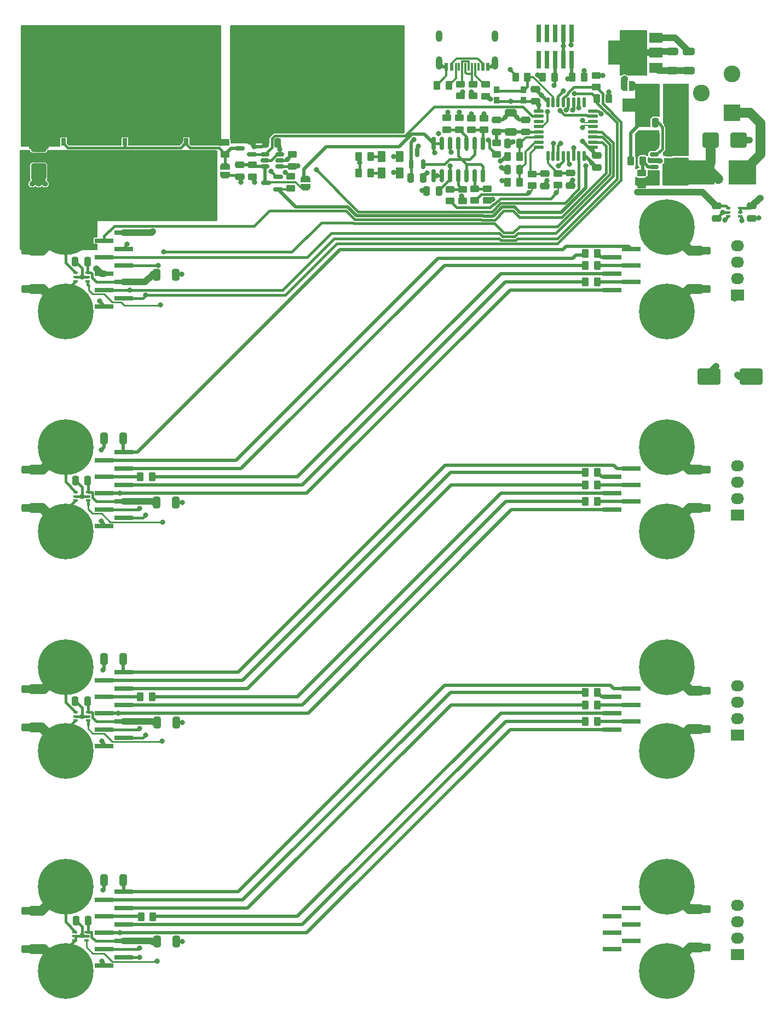
<source format=gtl>
G04 #@! TF.GenerationSoftware,KiCad,Pcbnew,8.0.1-8.0.1-1~ubuntu22.04.1*
G04 #@! TF.CreationDate,2024-04-04T11:17:19+02:00*
G04 #@! TF.ProjectId,flex4axe,666c6578-3461-4786-952e-6b696361645f,302*
G04 #@! TF.SameCoordinates,Original*
G04 #@! TF.FileFunction,Copper,L1,Top*
G04 #@! TF.FilePolarity,Positive*
%FSLAX46Y46*%
G04 Gerber Fmt 4.6, Leading zero omitted, Abs format (unit mm)*
G04 Created by KiCad (PCBNEW 8.0.1-8.0.1-1~ubuntu22.04.1) date 2024-04-04 11:17:19*
%MOMM*%
%LPD*%
G01*
G04 APERTURE LIST*
G04 Aperture macros list*
%AMRoundRect*
0 Rectangle with rounded corners*
0 $1 Rounding radius*
0 $2 $3 $4 $5 $6 $7 $8 $9 X,Y pos of 4 corners*
0 Add a 4 corners polygon primitive as box body*
4,1,4,$2,$3,$4,$5,$6,$7,$8,$9,$2,$3,0*
0 Add four circle primitives for the rounded corners*
1,1,$1+$1,$2,$3*
1,1,$1+$1,$4,$5*
1,1,$1+$1,$6,$7*
1,1,$1+$1,$8,$9*
0 Add four rect primitives between the rounded corners*
20,1,$1+$1,$2,$3,$4,$5,0*
20,1,$1+$1,$4,$5,$6,$7,0*
20,1,$1+$1,$6,$7,$8,$9,0*
20,1,$1+$1,$8,$9,$2,$3,0*%
%AMFreePoly0*
4,1,19,0.500000,-0.750000,0.000000,-0.750000,0.000000,-0.744911,-0.071157,-0.744911,-0.207708,-0.704816,-0.327430,-0.627875,-0.420627,-0.520320,-0.479746,-0.390866,-0.500000,-0.250000,-0.500000,0.250000,-0.479746,0.390866,-0.420627,0.520320,-0.327430,0.627875,-0.207708,0.704816,-0.071157,0.744911,0.000000,0.744911,0.000000,0.750000,0.500000,0.750000,0.500000,-0.750000,0.500000,-0.750000,
$1*%
%AMFreePoly1*
4,1,19,0.000000,0.744911,0.071157,0.744911,0.207708,0.704816,0.327430,0.627875,0.420627,0.520320,0.479746,0.390866,0.500000,0.250000,0.500000,-0.250000,0.479746,-0.390866,0.420627,-0.520320,0.327430,-0.627875,0.207708,-0.704816,0.071157,-0.744911,0.000000,-0.744911,0.000000,-0.750000,-0.500000,-0.750000,-0.500000,0.750000,0.000000,0.750000,0.000000,0.744911,0.000000,0.744911,
$1*%
%AMFreePoly2*
4,1,9,2.975000,-2.350000,1.425000,-2.350000,1.425000,-2.100000,-1.650000,-2.100000,-1.650000,2.100000,1.425000,2.100000,1.425000,2.350000,2.975000,2.350000,2.975000,-2.350000,2.975000,-2.350000,$1*%
G04 Aperture macros list end*
G04 #@! TA.AperFunction,ComponentPad*
%ADD10R,2.030000X1.730000*%
G04 #@! TD*
G04 #@! TA.AperFunction,ComponentPad*
%ADD11O,2.030000X1.730000*%
G04 #@! TD*
G04 #@! TA.AperFunction,SMDPad,CuDef*
%ADD12RoundRect,0.250000X0.250000X0.475000X-0.250000X0.475000X-0.250000X-0.475000X0.250000X-0.475000X0*%
G04 #@! TD*
G04 #@! TA.AperFunction,SMDPad,CuDef*
%ADD13RoundRect,0.250000X-0.262500X-0.450000X0.262500X-0.450000X0.262500X0.450000X-0.262500X0.450000X0*%
G04 #@! TD*
G04 #@! TA.AperFunction,SMDPad,CuDef*
%ADD14RoundRect,0.250000X0.450000X-0.262500X0.450000X0.262500X-0.450000X0.262500X-0.450000X-0.262500X0*%
G04 #@! TD*
G04 #@! TA.AperFunction,SMDPad,CuDef*
%ADD15R,1.500000X4.000000*%
G04 #@! TD*
G04 #@! TA.AperFunction,SMDPad,CuDef*
%ADD16RoundRect,0.250000X0.325000X0.650000X-0.325000X0.650000X-0.325000X-0.650000X0.325000X-0.650000X0*%
G04 #@! TD*
G04 #@! TA.AperFunction,SMDPad,CuDef*
%ADD17RoundRect,0.250000X0.262500X0.450000X-0.262500X0.450000X-0.262500X-0.450000X0.262500X-0.450000X0*%
G04 #@! TD*
G04 #@! TA.AperFunction,ComponentPad*
%ADD18C,0.900000*%
G04 #@! TD*
G04 #@! TA.AperFunction,ComponentPad*
%ADD19C,8.600000*%
G04 #@! TD*
G04 #@! TA.AperFunction,SMDPad,CuDef*
%ADD20R,3.000000X0.650000*%
G04 #@! TD*
G04 #@! TA.AperFunction,SMDPad,CuDef*
%ADD21RoundRect,0.250000X0.475000X-0.250000X0.475000X0.250000X-0.475000X0.250000X-0.475000X-0.250000X0*%
G04 #@! TD*
G04 #@! TA.AperFunction,SMDPad,CuDef*
%ADD22FreePoly0,180.000000*%
G04 #@! TD*
G04 #@! TA.AperFunction,SMDPad,CuDef*
%ADD23FreePoly1,180.000000*%
G04 #@! TD*
G04 #@! TA.AperFunction,SMDPad,CuDef*
%ADD24RoundRect,0.150000X0.150000X-0.587500X0.150000X0.587500X-0.150000X0.587500X-0.150000X-0.587500X0*%
G04 #@! TD*
G04 #@! TA.AperFunction,SMDPad,CuDef*
%ADD25RoundRect,0.250000X-0.650000X0.325000X-0.650000X-0.325000X0.650000X-0.325000X0.650000X0.325000X0*%
G04 #@! TD*
G04 #@! TA.AperFunction,SMDPad,CuDef*
%ADD26RoundRect,0.250000X0.450000X0.800000X-0.450000X0.800000X-0.450000X-0.800000X0.450000X-0.800000X0*%
G04 #@! TD*
G04 #@! TA.AperFunction,SMDPad,CuDef*
%ADD27RoundRect,0.250000X-1.000000X-0.900000X1.000000X-0.900000X1.000000X0.900000X-1.000000X0.900000X0*%
G04 #@! TD*
G04 #@! TA.AperFunction,SMDPad,CuDef*
%ADD28RoundRect,0.250000X0.375000X0.625000X-0.375000X0.625000X-0.375000X-0.625000X0.375000X-0.625000X0*%
G04 #@! TD*
G04 #@! TA.AperFunction,SMDPad,CuDef*
%ADD29RoundRect,0.250000X-1.425000X0.362500X-1.425000X-0.362500X1.425000X-0.362500X1.425000X0.362500X0*%
G04 #@! TD*
G04 #@! TA.AperFunction,SMDPad,CuDef*
%ADD30RoundRect,0.250000X-0.475000X0.250000X-0.475000X-0.250000X0.475000X-0.250000X0.475000X0.250000X0*%
G04 #@! TD*
G04 #@! TA.AperFunction,SMDPad,CuDef*
%ADD31RoundRect,0.250000X-0.325000X-0.650000X0.325000X-0.650000X0.325000X0.650000X-0.325000X0.650000X0*%
G04 #@! TD*
G04 #@! TA.AperFunction,SMDPad,CuDef*
%ADD32RoundRect,0.250000X-0.450000X0.262500X-0.450000X-0.262500X0.450000X-0.262500X0.450000X0.262500X0*%
G04 #@! TD*
G04 #@! TA.AperFunction,SMDPad,CuDef*
%ADD33FreePoly0,90.000000*%
G04 #@! TD*
G04 #@! TA.AperFunction,SMDPad,CuDef*
%ADD34FreePoly1,90.000000*%
G04 #@! TD*
G04 #@! TA.AperFunction,SMDPad,CuDef*
%ADD35RoundRect,0.250000X-0.250000X-0.475000X0.250000X-0.475000X0.250000X0.475000X-0.250000X0.475000X0*%
G04 #@! TD*
G04 #@! TA.AperFunction,SMDPad,CuDef*
%ADD36R,0.650000X2.760000*%
G04 #@! TD*
G04 #@! TA.AperFunction,SMDPad,CuDef*
%ADD37R,2.000000X2.000000*%
G04 #@! TD*
G04 #@! TA.AperFunction,SMDPad,CuDef*
%ADD38RoundRect,0.150000X0.587500X0.150000X-0.587500X0.150000X-0.587500X-0.150000X0.587500X-0.150000X0*%
G04 #@! TD*
G04 #@! TA.AperFunction,SMDPad,CuDef*
%ADD39R,4.245000X3.810000*%
G04 #@! TD*
G04 #@! TA.AperFunction,SMDPad,CuDef*
%ADD40RoundRect,0.150000X0.512500X0.150000X-0.512500X0.150000X-0.512500X-0.150000X0.512500X-0.150000X0*%
G04 #@! TD*
G04 #@! TA.AperFunction,SMDPad,CuDef*
%ADD41RoundRect,0.150000X-0.512500X-0.150000X0.512500X-0.150000X0.512500X0.150000X-0.512500X0.150000X0*%
G04 #@! TD*
G04 #@! TA.AperFunction,SMDPad,CuDef*
%ADD42R,0.650000X0.400000*%
G04 #@! TD*
G04 #@! TA.AperFunction,SMDPad,CuDef*
%ADD43R,0.700000X1.150000*%
G04 #@! TD*
G04 #@! TA.AperFunction,SMDPad,CuDef*
%ADD44FreePoly2,270.000000*%
G04 #@! TD*
G04 #@! TA.AperFunction,SMDPad,CuDef*
%ADD45RoundRect,0.250000X0.650000X-0.325000X0.650000X0.325000X-0.650000X0.325000X-0.650000X-0.325000X0*%
G04 #@! TD*
G04 #@! TA.AperFunction,SMDPad,CuDef*
%ADD46R,2.000000X1.500000*%
G04 #@! TD*
G04 #@! TA.AperFunction,SMDPad,CuDef*
%ADD47R,2.000000X3.800000*%
G04 #@! TD*
G04 #@! TA.AperFunction,SMDPad,CuDef*
%ADD48R,0.600000X1.150000*%
G04 #@! TD*
G04 #@! TA.AperFunction,SMDPad,CuDef*
%ADD49R,0.300000X1.150000*%
G04 #@! TD*
G04 #@! TA.AperFunction,ComponentPad*
%ADD50O,1.000000X2.100000*%
G04 #@! TD*
G04 #@! TA.AperFunction,ComponentPad*
%ADD51O,1.000000X1.800000*%
G04 #@! TD*
G04 #@! TA.AperFunction,ComponentPad*
%ADD52C,3.500000*%
G04 #@! TD*
G04 #@! TA.AperFunction,ComponentPad*
%ADD53R,2.600000X2.600000*%
G04 #@! TD*
G04 #@! TA.AperFunction,ComponentPad*
%ADD54C,2.600000*%
G04 #@! TD*
G04 #@! TA.AperFunction,SMDPad,CuDef*
%ADD55RoundRect,0.250000X1.500000X1.000000X-1.500000X1.000000X-1.500000X-1.000000X1.500000X-1.000000X0*%
G04 #@! TD*
G04 #@! TA.AperFunction,SMDPad,CuDef*
%ADD56RoundRect,0.150000X0.150000X-0.825000X0.150000X0.825000X-0.150000X0.825000X-0.150000X-0.825000X0*%
G04 #@! TD*
G04 #@! TA.AperFunction,SMDPad,CuDef*
%ADD57RoundRect,0.250000X-0.900000X1.000000X-0.900000X-1.000000X0.900000X-1.000000X0.900000X1.000000X0*%
G04 #@! TD*
G04 #@! TA.AperFunction,SMDPad,CuDef*
%ADD58R,0.900000X1.000000*%
G04 #@! TD*
G04 #@! TA.AperFunction,SMDPad,CuDef*
%ADD59FreePoly0,270.000000*%
G04 #@! TD*
G04 #@! TA.AperFunction,SMDPad,CuDef*
%ADD60FreePoly1,270.000000*%
G04 #@! TD*
G04 #@! TA.AperFunction,SMDPad,CuDef*
%ADD61RoundRect,0.125000X-0.625000X-0.125000X0.625000X-0.125000X0.625000X0.125000X-0.625000X0.125000X0*%
G04 #@! TD*
G04 #@! TA.AperFunction,SMDPad,CuDef*
%ADD62RoundRect,0.125000X-0.125000X-0.625000X0.125000X-0.625000X0.125000X0.625000X-0.125000X0.625000X0*%
G04 #@! TD*
G04 #@! TA.AperFunction,ViaPad*
%ADD63C,0.800000*%
G04 #@! TD*
G04 #@! TA.AperFunction,ViaPad*
%ADD64C,1.300000*%
G04 #@! TD*
G04 #@! TA.AperFunction,Conductor*
%ADD65C,0.400000*%
G04 #@! TD*
G04 #@! TA.AperFunction,Conductor*
%ADD66C,0.500000*%
G04 #@! TD*
G04 #@! TA.AperFunction,Conductor*
%ADD67C,0.300000*%
G04 #@! TD*
G04 #@! TA.AperFunction,Conductor*
%ADD68C,1.000000*%
G04 #@! TD*
G04 #@! TA.AperFunction,Conductor*
%ADD69C,1.500000*%
G04 #@! TD*
G04 #@! TA.AperFunction,Conductor*
%ADD70C,0.254000*%
G04 #@! TD*
G04 #@! TA.AperFunction,Conductor*
%ADD71C,0.200000*%
G04 #@! TD*
G04 APERTURE END LIST*
D10*
X165000000Y-142000000D03*
D11*
X165000000Y-139460000D03*
X165000000Y-136920000D03*
X165000000Y-134380000D03*
D10*
X165000000Y-74000000D03*
D11*
X165000000Y-71460000D03*
X165000000Y-68920000D03*
X165000000Y-66380000D03*
D12*
X64475400Y-102692200D03*
X62575400Y-102692200D03*
D13*
X118489500Y-41497000D03*
X120314500Y-41497000D03*
D14*
X95885000Y-57427500D03*
X95885000Y-55602500D03*
D15*
X154492000Y-43515000D03*
X150892000Y-43515000D03*
D10*
X165000000Y-108000000D03*
D11*
X165000000Y-105460000D03*
X165000000Y-102920000D03*
X165000000Y-100380000D03*
D16*
X154891000Y-56134000D03*
X151941000Y-56134000D03*
D17*
X143279500Y-135443000D03*
X141454500Y-135443000D03*
D18*
X61042000Y-168725000D03*
X154042000Y-168725000D03*
X58761581Y-167780419D03*
X63322419Y-167780419D03*
X151761581Y-167780419D03*
X156322419Y-167780419D03*
X57817000Y-165500000D03*
D19*
X61042000Y-165500000D03*
D18*
X64267000Y-165500000D03*
X150817000Y-165500000D03*
D19*
X154042000Y-165500000D03*
D18*
X157267000Y-165500000D03*
X58761581Y-163219581D03*
X63322419Y-163219581D03*
X151761581Y-163219581D03*
X156322419Y-163219581D03*
X61042000Y-162275000D03*
X154042000Y-162275000D03*
X61042000Y-181725000D03*
X154042000Y-181725000D03*
X58761581Y-180780419D03*
X63322419Y-180780419D03*
X151761581Y-180780419D03*
X156322419Y-180780419D03*
X57817000Y-178500000D03*
D19*
X61042000Y-178500000D03*
D18*
X64267000Y-178500000D03*
X150817000Y-178500000D03*
D19*
X154042000Y-178500000D03*
D18*
X157267000Y-178500000D03*
X58761581Y-176219581D03*
X63322419Y-176219581D03*
X151761581Y-176219581D03*
X156322419Y-176219581D03*
X61042000Y-175275000D03*
X154042000Y-175275000D03*
D20*
X70042000Y-166285000D03*
X67042000Y-167555000D03*
X70042000Y-168825000D03*
X67042000Y-170095000D03*
X70042000Y-171365000D03*
X67042000Y-172635000D03*
X70042000Y-173905000D03*
X67042000Y-175175000D03*
X70042000Y-176445000D03*
X67042000Y-177715000D03*
X148542000Y-168825000D03*
X145542000Y-170095000D03*
X148542000Y-171365000D03*
X145542000Y-172635000D03*
X148542000Y-173905000D03*
X145542000Y-175175000D03*
D21*
X132175000Y-48750000D03*
X132175000Y-46850000D03*
D22*
X148732000Y-41656000D03*
D23*
X147432000Y-41656000D03*
D14*
X124333000Y-59332500D03*
X124333000Y-57507500D03*
X120015000Y-48387000D03*
X120015000Y-46562000D03*
D24*
X114493000Y-53769500D03*
X116393000Y-53769500D03*
X115443000Y-51894500D03*
D17*
X131250000Y-56550000D03*
X129425000Y-56550000D03*
D18*
X61042000Y-100725000D03*
X154042000Y-100725000D03*
X58761581Y-99780419D03*
X63322419Y-99780419D03*
X151761581Y-99780419D03*
X156322419Y-99780419D03*
X57817000Y-97500000D03*
D19*
X61042000Y-97500000D03*
D18*
X64267000Y-97500000D03*
X150817000Y-97500000D03*
D19*
X154042000Y-97500000D03*
D18*
X157267000Y-97500000D03*
X58761581Y-95219581D03*
X63322419Y-95219581D03*
X151761581Y-95219581D03*
X156322419Y-95219581D03*
X61042000Y-94275000D03*
X154042000Y-94275000D03*
X61042000Y-113725000D03*
X154042000Y-113725000D03*
X58761581Y-112780419D03*
X63322419Y-112780419D03*
X151761581Y-112780419D03*
X156322419Y-112780419D03*
X57817000Y-110500000D03*
D19*
X61042000Y-110500000D03*
D18*
X64267000Y-110500000D03*
X150817000Y-110500000D03*
D19*
X154042000Y-110500000D03*
D18*
X157267000Y-110500000D03*
X58761581Y-108219581D03*
X63322419Y-108219581D03*
X151761581Y-108219581D03*
X156322419Y-108219581D03*
X61042000Y-107275000D03*
X154042000Y-107275000D03*
D20*
X70042000Y-98285000D03*
X67042000Y-99555000D03*
X70042000Y-100825000D03*
X67042000Y-102095000D03*
X70042000Y-103365000D03*
X67042000Y-104635000D03*
X70042000Y-105905000D03*
X67042000Y-107175000D03*
X70042000Y-108445000D03*
X67042000Y-109715000D03*
X148542000Y-100825000D03*
X145542000Y-102095000D03*
X148542000Y-103365000D03*
X145542000Y-104635000D03*
X148542000Y-105905000D03*
X145542000Y-107175000D03*
D25*
X154902000Y-36272000D03*
X154902000Y-39222000D03*
D26*
X156670000Y-49865000D03*
X152270000Y-49865000D03*
D27*
X160850000Y-50000000D03*
X165150000Y-50000000D03*
D28*
X112715000Y-52578000D03*
X109915000Y-52578000D03*
D12*
X93858499Y-50444400D03*
X91958499Y-50444400D03*
D29*
X55880000Y-100984500D03*
X55880000Y-106909500D03*
D13*
X130659500Y-40259000D03*
X132484500Y-40259000D03*
D30*
X135175000Y-55187500D03*
X135175000Y-57087500D03*
D29*
X55880000Y-134893500D03*
X55880000Y-140818500D03*
D31*
X75106000Y-106045000D03*
X78056000Y-106045000D03*
D17*
X74445500Y-102042000D03*
X72620500Y-102042000D03*
D32*
X143129000Y-39981500D03*
X143129000Y-41806500D03*
D33*
X85750000Y-55400000D03*
D34*
X85750000Y-54100000D03*
D13*
X106402500Y-55078000D03*
X108227500Y-55078000D03*
D32*
X150152000Y-55084500D03*
X150152000Y-56909500D03*
D25*
X157402000Y-36272000D03*
X157402000Y-39222000D03*
D13*
X148489500Y-53247000D03*
X150314500Y-53247000D03*
D35*
X114438000Y-55850500D03*
X116338000Y-55850500D03*
D30*
X143175000Y-52350000D03*
X143175000Y-54250000D03*
D29*
X55880000Y-67075500D03*
X55880000Y-73000500D03*
D17*
X143279500Y-103312000D03*
X141454500Y-103312000D03*
X74572500Y-170114000D03*
X72747500Y-170114000D03*
D36*
X139290000Y-33480000D03*
X139290000Y-37520000D03*
X138020000Y-33480000D03*
X138020000Y-37520000D03*
X136750000Y-33480000D03*
X136750000Y-37520000D03*
X135480000Y-33480000D03*
X135480000Y-37520000D03*
X134210000Y-33480000D03*
X134210000Y-37520000D03*
D13*
X139422500Y-40259000D03*
X141247500Y-40259000D03*
D37*
X148209000Y-44577000D03*
D21*
X133675000Y-44000000D03*
X133675000Y-42100000D03*
D38*
X89837500Y-52200000D03*
X89837500Y-50300000D03*
X87962500Y-51250000D03*
D39*
X159312500Y-55000000D03*
X165687500Y-55000000D03*
D30*
X139175000Y-55100000D03*
X139175000Y-57000000D03*
D32*
X96083499Y-52225900D03*
X96083499Y-54050900D03*
X127675000Y-50387500D03*
X127675000Y-52212500D03*
D40*
X94167499Y-54080400D03*
X94167499Y-53130400D03*
X94167499Y-52180400D03*
X91892499Y-52180400D03*
X91892499Y-53130400D03*
X91892499Y-54080400D03*
D35*
X152250000Y-47325000D03*
X154150000Y-47325000D03*
D32*
X122428000Y-57611000D03*
X122428000Y-59436000D03*
D14*
X122152000Y-43159500D03*
X122152000Y-41334500D03*
D16*
X69928000Y-130302000D03*
X66978000Y-130302000D03*
D41*
X152062500Y-52217000D03*
X152062500Y-53167000D03*
X152062500Y-54117000D03*
X154337500Y-54117000D03*
X154337500Y-53167000D03*
X154337500Y-52217000D03*
D29*
X55880000Y-169183500D03*
X55880000Y-175108500D03*
D42*
X62611000Y-104440000D03*
X62611000Y-105090000D03*
X62611000Y-105740000D03*
X64511000Y-105740000D03*
X64511000Y-105090000D03*
X64511000Y-104440000D03*
D18*
X61042000Y-134725000D03*
X154042000Y-134725000D03*
X58761581Y-133780419D03*
X63322419Y-133780419D03*
X151761581Y-133780419D03*
X156322419Y-133780419D03*
X57817000Y-131500000D03*
D19*
X61042000Y-131500000D03*
D18*
X64267000Y-131500000D03*
X150817000Y-131500000D03*
D19*
X154042000Y-131500000D03*
D18*
X157267000Y-131500000D03*
X58761581Y-129219581D03*
X63322419Y-129219581D03*
X151761581Y-129219581D03*
X156322419Y-129219581D03*
X61042000Y-128275000D03*
X154042000Y-128275000D03*
X61042000Y-147725000D03*
X154042000Y-147725000D03*
X58761581Y-146780419D03*
X63322419Y-146780419D03*
X151761581Y-146780419D03*
X156322419Y-146780419D03*
X57817000Y-144500000D03*
D19*
X61042000Y-144500000D03*
D18*
X64267000Y-144500000D03*
X150817000Y-144500000D03*
D19*
X154042000Y-144500000D03*
D18*
X157267000Y-144500000D03*
X58761581Y-142219581D03*
X63322419Y-142219581D03*
X151761581Y-142219581D03*
X156322419Y-142219581D03*
X61042000Y-141275000D03*
X154042000Y-141275000D03*
D20*
X70042000Y-132285000D03*
X67042000Y-133555000D03*
X70042000Y-134825000D03*
X67042000Y-136095000D03*
X70042000Y-137365000D03*
X67042000Y-138635000D03*
X70042000Y-139905000D03*
X67042000Y-141175000D03*
X70042000Y-142445000D03*
X67042000Y-143715000D03*
X148542000Y-134825000D03*
X145542000Y-136095000D03*
X148542000Y-137365000D03*
X145542000Y-138635000D03*
X148542000Y-139905000D03*
X145542000Y-141175000D03*
D32*
X121920000Y-46562000D03*
X121920000Y-48387000D03*
D42*
X62573500Y-70531000D03*
X62573500Y-71181000D03*
X62573500Y-71831000D03*
X64473500Y-71831000D03*
X64473500Y-71181000D03*
X64473500Y-70531000D03*
D32*
X89916000Y-53824500D03*
X89916000Y-55649500D03*
D12*
X118806000Y-57835800D03*
X116906000Y-57835800D03*
D16*
X69928000Y-96139000D03*
X66978000Y-96139000D03*
D14*
X123825000Y-48410500D03*
X123825000Y-46585500D03*
D30*
X167200000Y-60200000D03*
X167200000Y-62100000D03*
D29*
X159131000Y-168929500D03*
X159131000Y-174854500D03*
D43*
X83562000Y-50277000D03*
X82292000Y-50277000D03*
X81012000Y-50277000D03*
X79742000Y-50277000D03*
D44*
X81652000Y-53547000D03*
D17*
X143279500Y-101407000D03*
X141454500Y-101407000D03*
D12*
X131287500Y-54550000D03*
X129387500Y-54550000D03*
D45*
X129921000Y-48719000D03*
X129921000Y-45769000D03*
D21*
X127675000Y-48750000D03*
X127675000Y-46850000D03*
D17*
X143279500Y-105852000D03*
X141454500Y-105852000D03*
D28*
X112715000Y-55078000D03*
X109915000Y-55078000D03*
D17*
X143279500Y-69403000D03*
X141454500Y-69403000D03*
D46*
X152302000Y-38797000D03*
X152302000Y-36497000D03*
D47*
X146002000Y-36497000D03*
D46*
X152302000Y-34197000D03*
D48*
X126352000Y-38677000D03*
X125552000Y-38677000D03*
D49*
X124402000Y-38677000D03*
X123402000Y-38677000D03*
X122902000Y-38677000D03*
X121902000Y-38677000D03*
D48*
X120752000Y-38677000D03*
X119952000Y-38677000D03*
X119952000Y-38677000D03*
X120752000Y-38677000D03*
D49*
X121402000Y-38677000D03*
X122402000Y-38677000D03*
X123902000Y-38677000D03*
X124902000Y-38677000D03*
D48*
X125552000Y-38677000D03*
X126352000Y-38677000D03*
D50*
X127472000Y-38102000D03*
D51*
X127472000Y-33922000D03*
D50*
X118832000Y-38102000D03*
D51*
X118832000Y-33922000D03*
D14*
X125984000Y-43203500D03*
X125984000Y-41378500D03*
D52*
X62402000Y-40349000D03*
X71902000Y-40349000D03*
X81402000Y-40349000D03*
X90902000Y-40349000D03*
X100402000Y-40349000D03*
X109902000Y-40349000D03*
D30*
X87985600Y-53787000D03*
X87985600Y-55687000D03*
D29*
X159131000Y-135147500D03*
X159131000Y-141072500D03*
D38*
X93901500Y-57592000D03*
X93901500Y-55692000D03*
X92026500Y-56642000D03*
D31*
X75106000Y-70866000D03*
X78056000Y-70866000D03*
D14*
X124079000Y-43159500D03*
X124079000Y-41334500D03*
D17*
X145057500Y-43561000D03*
X143232500Y-43561000D03*
D13*
X106402500Y-52578000D03*
X108227500Y-52578000D03*
D53*
X164102000Y-45747000D03*
D54*
X164102000Y-39747000D03*
X159402000Y-42747000D03*
D55*
X167080000Y-86614000D03*
X160580000Y-86614000D03*
D12*
X64450000Y-68757800D03*
X62550000Y-68757800D03*
D10*
X165000000Y-176000000D03*
D11*
X165000000Y-173460000D03*
X165000000Y-170920000D03*
X165000000Y-168380000D03*
D12*
X64445000Y-136753600D03*
X62545000Y-136753600D03*
D31*
X75233000Y-173990000D03*
X78183000Y-173990000D03*
D12*
X131287500Y-50550000D03*
X129387500Y-50550000D03*
D56*
X117960000Y-55500000D03*
X119230000Y-55500000D03*
X120500000Y-55500000D03*
X121770000Y-55500000D03*
X123040000Y-55500000D03*
X124310000Y-55500000D03*
X125580000Y-55500000D03*
X125580000Y-50550000D03*
X124310000Y-50550000D03*
X123040000Y-50550000D03*
X121770000Y-50550000D03*
X120500000Y-50550000D03*
X119230000Y-50550000D03*
X117960000Y-50550000D03*
D17*
X143279500Y-67498000D03*
X141454500Y-67498000D03*
D42*
X62423000Y-172497000D03*
X62423000Y-173147000D03*
X62423000Y-173797000D03*
X64323000Y-173797000D03*
X64323000Y-173147000D03*
X64323000Y-172497000D03*
D17*
X143279500Y-71943000D03*
X141454500Y-71943000D03*
X143279500Y-139888000D03*
X141454500Y-139888000D03*
D25*
X150152000Y-47247000D03*
X150152000Y-50197000D03*
D12*
X64551600Y-170738800D03*
X62651600Y-170738800D03*
D13*
X134827000Y-40247000D03*
X136652000Y-40247000D03*
D30*
X161700000Y-60200000D03*
X161700000Y-62100000D03*
D32*
X137175000Y-55137500D03*
X137175000Y-56962500D03*
D43*
X74062000Y-50277000D03*
X72792000Y-50277000D03*
X71512000Y-50277000D03*
X70242000Y-50277000D03*
D44*
X72152000Y-53547000D03*
D17*
X143279500Y-137348000D03*
X141454500Y-137348000D03*
D57*
X56896000Y-50564000D03*
X56896000Y-54864000D03*
D58*
X127744000Y-42253000D03*
X131844000Y-42253000D03*
X127744000Y-43853000D03*
X131844000Y-43853000D03*
D32*
X133175000Y-55225000D03*
X133175000Y-57050000D03*
D16*
X69928000Y-164465000D03*
X66978000Y-164465000D03*
D17*
X131250000Y-52550000D03*
X129425000Y-52550000D03*
X74445500Y-136078000D03*
X72620500Y-136078000D03*
D29*
X159131000Y-100984500D03*
X159131000Y-106909500D03*
D31*
X75233000Y-140081000D03*
X78183000Y-140081000D03*
D14*
X85725000Y-52162500D03*
X85725000Y-50337500D03*
D59*
X98171000Y-55992000D03*
D60*
X98171000Y-57292000D03*
D29*
X159131000Y-67075500D03*
X159131000Y-73000500D03*
D42*
X163500000Y-60500000D03*
X163500000Y-61150000D03*
X163500000Y-61800000D03*
X165400000Y-61800000D03*
X165400000Y-61150000D03*
X165400000Y-60500000D03*
X62611000Y-138491000D03*
X62611000Y-139141000D03*
X62611000Y-139791000D03*
X64511000Y-139791000D03*
X64511000Y-139141000D03*
X64511000Y-138491000D03*
D32*
X125730000Y-46609000D03*
X125730000Y-48434000D03*
D61*
X134250000Y-45500000D03*
X134250000Y-46300000D03*
X134250000Y-47100000D03*
X134250000Y-47900000D03*
X134250000Y-48700000D03*
X134250000Y-49500000D03*
X134250000Y-50300000D03*
X134250000Y-51100000D03*
D62*
X135625000Y-52475000D03*
X136425000Y-52475000D03*
X137225000Y-52475000D03*
X138025000Y-52475000D03*
X138825000Y-52475000D03*
X139625000Y-52475000D03*
X140425000Y-52475000D03*
X141225000Y-52475000D03*
D61*
X142600000Y-51100000D03*
X142600000Y-50300000D03*
X142600000Y-49500000D03*
X142600000Y-48700000D03*
X142600000Y-47900000D03*
X142600000Y-47100000D03*
X142600000Y-46300000D03*
X142600000Y-45500000D03*
D62*
X141225000Y-44125000D03*
X140425000Y-44125000D03*
X139625000Y-44125000D03*
X138825000Y-44125000D03*
X138025000Y-44125000D03*
X137225000Y-44125000D03*
X136425000Y-44125000D03*
X135625000Y-44125000D03*
D18*
X61042000Y-66725000D03*
X154042000Y-66725000D03*
X58761581Y-65780419D03*
X63322419Y-65780419D03*
X151761581Y-65780419D03*
X156322419Y-65780419D03*
X57817000Y-63500000D03*
D19*
X61042000Y-63500000D03*
D18*
X64267000Y-63500000D03*
X150817000Y-63500000D03*
D19*
X154042000Y-63500000D03*
D18*
X157267000Y-63500000D03*
X58761581Y-61219581D03*
X63322419Y-61219581D03*
X151761581Y-61219581D03*
X156322419Y-61219581D03*
X61042000Y-60275000D03*
X154042000Y-60275000D03*
X61042000Y-79725000D03*
X154042000Y-79725000D03*
X58761581Y-78780419D03*
X63322419Y-78780419D03*
X151761581Y-78780419D03*
X156322419Y-78780419D03*
X57817000Y-76500000D03*
D19*
X61042000Y-76500000D03*
D18*
X64267000Y-76500000D03*
X150817000Y-76500000D03*
D19*
X154042000Y-76500000D03*
D18*
X157267000Y-76500000D03*
X58761581Y-74219581D03*
X63322419Y-74219581D03*
X151761581Y-74219581D03*
X156322419Y-74219581D03*
X61042000Y-73275000D03*
X154042000Y-73275000D03*
D20*
X70042000Y-64285000D03*
X67042000Y-65555000D03*
X70042000Y-66825000D03*
X67042000Y-68095000D03*
X70042000Y-69365000D03*
X67042000Y-70635000D03*
X70042000Y-71905000D03*
X67042000Y-73175000D03*
X70042000Y-74445000D03*
X67042000Y-75715000D03*
X148542000Y-66825000D03*
X145542000Y-68095000D03*
X148542000Y-69365000D03*
X145542000Y-70635000D03*
X148542000Y-71905000D03*
X145542000Y-73175000D03*
D14*
X120523000Y-59436000D03*
X120523000Y-57611000D03*
D43*
X64562000Y-50277000D03*
X63292000Y-50277000D03*
X62012000Y-50277000D03*
X60742000Y-50277000D03*
D44*
X62652000Y-53547000D03*
D32*
X126238000Y-57507500D03*
X126238000Y-59332500D03*
D63*
X126742098Y-43677900D03*
D64*
X97500000Y-46000000D03*
X95500000Y-48000000D03*
X97500000Y-48000000D03*
D63*
X79121000Y-173990000D03*
D64*
X111500000Y-48000000D03*
D63*
X63585792Y-173063989D03*
D64*
X107500000Y-44000000D03*
X103500000Y-46000000D03*
D63*
X153000000Y-53178800D03*
X168302400Y-61998839D03*
X142450000Y-53525000D03*
D64*
X89500000Y-48000000D03*
D63*
X151030750Y-56030750D03*
X130235600Y-50250000D03*
X134032278Y-39957722D03*
D64*
X111500000Y-44000000D03*
D63*
X57912000Y-56769000D03*
D64*
X109500000Y-46000000D03*
D63*
X56896000Y-56769000D03*
X166847600Y-50015369D03*
X129794000Y-39116000D03*
D64*
X103500000Y-48000000D03*
D63*
X128500000Y-54250000D03*
X156000000Y-39222000D03*
X161671000Y-84963000D03*
D64*
X95500000Y-46000000D03*
X93500000Y-44000000D03*
X89500000Y-44000000D03*
D63*
X130808500Y-46483500D03*
D64*
X101500000Y-44000000D03*
X93500000Y-48000000D03*
X95500000Y-44000000D03*
D63*
X153500000Y-39222000D03*
D64*
X105500000Y-48000000D03*
D63*
X162649935Y-61151681D03*
D64*
X105500000Y-46000000D03*
X105500000Y-44000000D03*
D63*
X55880000Y-56769000D03*
X116205000Y-57785000D03*
X63627000Y-139141000D03*
X129037500Y-46487500D03*
X66294000Y-74930000D03*
X139500000Y-56151900D03*
D64*
X93500000Y-46000000D03*
X99500000Y-48000000D03*
X99500000Y-46000000D03*
D63*
X88138000Y-56515000D03*
X134650000Y-43075000D03*
X90207099Y-51007900D03*
X115594582Y-50927000D03*
X78994000Y-70739000D03*
D64*
X91500000Y-46000000D03*
D63*
X120686400Y-51866793D03*
X66675000Y-177038000D03*
D64*
X97500000Y-44000000D03*
D63*
X151682134Y-50014866D03*
D64*
X109500000Y-48000000D03*
D63*
X127091859Y-59146859D03*
D64*
X111500000Y-46000000D03*
X109500000Y-44000000D03*
X91500000Y-44000000D03*
D63*
X92791000Y-54854132D03*
X63627000Y-105090000D03*
D64*
X107500000Y-46000000D03*
D63*
X138020000Y-35433000D03*
X95363699Y-52945699D03*
X66548000Y-108966000D03*
D64*
X101500000Y-46000000D03*
D63*
X65837596Y-69918639D03*
D64*
X101500000Y-48000000D03*
D63*
X66675000Y-143002000D03*
X63627000Y-71181000D03*
X122301000Y-58675400D03*
X116967000Y-55118000D03*
X120142000Y-45720000D03*
X70587400Y-66101000D03*
D64*
X107500000Y-48000000D03*
X89500000Y-46000000D03*
X103500000Y-44000000D03*
D63*
X79121000Y-106045000D03*
X135500000Y-56250000D03*
D64*
X99500000Y-44000000D03*
X91500000Y-48000000D03*
D63*
X79121000Y-140081000D03*
X123787159Y-45896800D03*
X69469000Y-104635000D03*
X66548000Y-97917000D03*
X75415338Y-69351600D03*
X76200000Y-67310000D03*
X162000000Y-56000000D03*
X164973000Y-86360000D03*
X168500000Y-59000000D03*
X155327000Y-34197000D03*
X147500000Y-40500000D03*
X69469000Y-172635000D03*
X66802000Y-165989000D03*
X69215000Y-138635000D03*
X66802000Y-131953000D03*
X125729296Y-45896725D03*
X128310161Y-53255231D03*
X75750000Y-75500000D03*
X126434759Y-49988751D03*
X114948749Y-49889413D03*
X148150000Y-38500000D03*
X148150000Y-36497000D03*
X145034000Y-42545000D03*
X149150000Y-38500000D03*
X148150000Y-35500000D03*
X118745000Y-49022000D03*
X149150000Y-34500000D03*
X144145000Y-40005000D03*
X150150000Y-36500000D03*
X94167499Y-51435000D03*
X129921000Y-43980000D03*
X90297000Y-56515000D03*
X149150000Y-36500000D03*
X141000000Y-50182227D03*
X149500010Y-58074400D03*
X149150000Y-37500000D03*
X141224000Y-39243000D03*
X134250000Y-44575000D03*
X74500000Y-106000000D03*
X148150000Y-37500000D03*
X74500000Y-64135000D03*
X150150000Y-38500000D03*
X106553000Y-53500000D03*
X149150000Y-35500000D03*
X120500000Y-54000000D03*
X148150000Y-34500000D03*
X150150000Y-35500000D03*
X94996000Y-54991000D03*
X74500000Y-70775600D03*
X74500000Y-174000000D03*
X74500000Y-140000000D03*
X150150000Y-34500000D03*
X150150000Y-37500000D03*
X128579028Y-56240972D03*
X121920000Y-45720000D03*
X76073000Y-109092996D03*
X132672000Y-58145600D03*
X76000000Y-143000000D03*
X75184000Y-177038000D03*
X136922000Y-58148000D03*
X82502000Y-52697000D03*
X74152000Y-55247000D03*
D64*
X69000000Y-59250000D03*
X77000000Y-61250000D03*
X67000000Y-59250000D03*
D63*
X61902000Y-53747000D03*
D64*
X61000000Y-57250000D03*
D63*
X61902000Y-52747000D03*
X83752000Y-52197000D03*
X60652000Y-52247000D03*
X72152000Y-54747000D03*
X79752000Y-55197000D03*
X81002000Y-53697000D03*
X70152000Y-54247000D03*
D64*
X79000000Y-57250000D03*
D63*
X64652000Y-53247000D03*
D64*
X81000000Y-59250000D03*
D63*
X79752000Y-52197000D03*
D64*
X81000000Y-57250000D03*
D63*
X60652000Y-53247000D03*
D64*
X71000000Y-57250000D03*
D63*
X83752000Y-54197000D03*
D64*
X65000000Y-57250000D03*
X69000000Y-61250000D03*
X73000000Y-57250000D03*
X63000000Y-57250000D03*
D63*
X73152000Y-54747000D03*
D64*
X75000000Y-61250000D03*
X71000000Y-59250000D03*
X83000000Y-57250000D03*
D63*
X60652000Y-55247000D03*
D64*
X65000000Y-59250000D03*
D63*
X70152000Y-53247000D03*
D64*
X83000000Y-61250000D03*
D63*
X71402000Y-52747000D03*
D64*
X67000000Y-61250000D03*
X79000000Y-59250000D03*
X73000000Y-59250000D03*
X71000000Y-61250000D03*
X75000000Y-59250000D03*
X69000000Y-57250000D03*
D63*
X63402000Y-53747000D03*
D64*
X79000000Y-61250000D03*
D63*
X72902000Y-52747000D03*
X64652000Y-54247000D03*
X79752000Y-53197000D03*
X82502000Y-53697000D03*
D64*
X77000000Y-57250000D03*
X75000000Y-57250000D03*
D63*
X60652000Y-54247000D03*
X74152000Y-54247000D03*
X70152000Y-52247000D03*
X79752000Y-54197000D03*
X64652000Y-55247000D03*
D64*
X77000000Y-59250000D03*
D63*
X83752000Y-53197000D03*
X83752000Y-55197000D03*
D64*
X67000000Y-57250000D03*
D63*
X63652000Y-54747000D03*
X74152000Y-53247000D03*
X81752000Y-54697000D03*
X71152000Y-54747000D03*
D64*
X83000000Y-59250000D03*
D63*
X64652000Y-52247000D03*
D64*
X81000000Y-61250000D03*
D63*
X72902000Y-53747000D03*
X63402000Y-52747000D03*
X80752000Y-54697000D03*
X71402000Y-53747000D03*
X82752000Y-54697000D03*
X61652000Y-54747000D03*
X74152000Y-52247000D03*
D64*
X73000000Y-61250000D03*
D63*
X81002000Y-52697000D03*
X62652000Y-54747000D03*
X70152000Y-55247000D03*
D64*
X70902000Y-48000000D03*
X78902000Y-48000000D03*
X64902000Y-48000000D03*
X82902000Y-44000000D03*
X60902000Y-46000000D03*
X68902000Y-44000000D03*
X80902000Y-46000000D03*
X60902000Y-44000000D03*
X78902000Y-46000000D03*
X64902000Y-46000000D03*
X66902000Y-48000000D03*
X72902000Y-48000000D03*
X74902000Y-48000000D03*
X72902000Y-46000000D03*
X74902000Y-46000000D03*
X62902000Y-48000000D03*
X76902000Y-44000000D03*
X82902000Y-46000000D03*
X80902000Y-48000000D03*
X82902000Y-48000000D03*
X60902000Y-48000000D03*
X64902000Y-44000000D03*
X62902000Y-44000000D03*
X70902000Y-46000000D03*
X78902000Y-44000000D03*
X80902000Y-44000000D03*
X74902000Y-44000000D03*
X72902000Y-44000000D03*
X76902000Y-46000000D03*
X68902000Y-46000000D03*
X66902000Y-44000000D03*
X66902000Y-46000000D03*
X70902000Y-44000000D03*
X76902000Y-48000000D03*
X62902000Y-46000000D03*
X68902000Y-48000000D03*
D63*
X118110000Y-51943000D03*
X118491000Y-55500000D03*
X138938000Y-53721000D03*
X111760000Y-52578000D03*
X137287000Y-53975000D03*
X111760000Y-54991000D03*
X139192000Y-35306000D03*
X135551900Y-45593000D03*
X137541000Y-45466000D03*
X138684000Y-40513000D03*
X136627972Y-41504972D03*
X143891000Y-45974000D03*
X139651028Y-51151028D03*
X141500000Y-54000000D03*
X73447600Y-142000000D03*
X73447600Y-74000000D03*
X72537314Y-176370000D03*
X73447600Y-108000000D03*
X140976737Y-48025000D03*
X123825000Y-42545000D03*
X140976737Y-46975000D03*
X122428000Y-42545000D03*
X137576349Y-50514082D03*
X136525000Y-50546000D03*
X139440065Y-45348600D03*
X138487663Y-45348600D03*
X99822000Y-54610000D03*
X97000000Y-54000000D03*
X72500000Y-175000000D03*
X71000002Y-73175000D03*
X72500000Y-107000000D03*
X138049000Y-42418000D03*
X139700000Y-42799000D03*
X72500000Y-141000000D03*
X165608000Y-62484000D03*
X162976868Y-62357328D03*
X140424995Y-45047995D03*
D65*
X63627000Y-105090000D02*
X63627000Y-103679000D01*
D66*
X126238000Y-59332500D02*
X126906218Y-59332500D01*
X132175000Y-46850000D02*
X131175000Y-46850000D01*
X131175000Y-46850000D02*
X129925000Y-45600000D01*
D65*
X88011000Y-55649500D02*
X88011000Y-56388000D01*
X139175000Y-56476900D02*
X139500000Y-56151900D01*
X62616000Y-176926000D02*
X61042000Y-178500000D01*
D67*
X119952000Y-40034500D02*
X118489500Y-41497000D01*
D68*
X164525000Y-74475000D02*
X165000000Y-74000000D01*
D66*
X126897000Y-38677000D02*
X127472000Y-38102000D01*
X78564000Y-106045000D02*
X79121000Y-106045000D01*
D65*
X162648319Y-61151681D02*
X162649935Y-61151681D01*
X62573500Y-71181000D02*
X64473500Y-71181000D01*
X120015000Y-46562000D02*
X120015000Y-45847000D01*
D66*
X126906218Y-59332500D02*
X127091859Y-59146859D01*
X151938000Y-50197000D02*
X152270000Y-49865000D01*
D65*
X62611000Y-105090000D02*
X63627000Y-105090000D01*
X62611000Y-139141000D02*
X63627000Y-139141000D01*
D66*
X67042000Y-109715000D02*
X67042000Y-109460000D01*
D65*
X161700000Y-62100000D02*
X162648319Y-61151681D01*
D66*
X127675000Y-46850000D02*
X128675000Y-46850000D01*
X67042000Y-143369000D02*
X66675000Y-143002000D01*
D65*
X85750000Y-55400000D02*
X87761500Y-55400000D01*
D68*
X157402000Y-39222000D02*
X154902000Y-39222000D01*
D65*
X167200000Y-62100000D02*
X168201239Y-62100000D01*
X162651616Y-61150000D02*
X162649935Y-61151681D01*
X116300500Y-55784500D02*
X116967000Y-55118000D01*
X126742098Y-43677900D02*
X126458400Y-43677900D01*
D68*
X66553957Y-70635000D02*
X65837596Y-69918639D01*
D65*
X63502781Y-173147000D02*
X62616000Y-173147000D01*
X120500000Y-51680393D02*
X120686400Y-51866793D01*
D66*
X138020000Y-33480000D02*
X138020000Y-37520000D01*
X135625000Y-44050000D02*
X133675000Y-42100000D01*
X152988200Y-53167000D02*
X153000000Y-53178800D01*
D65*
X94167499Y-53130400D02*
X95178999Y-53130400D01*
D66*
X78740000Y-70739000D02*
X78994000Y-70739000D01*
X122428000Y-58802400D02*
X122301000Y-58675400D01*
D68*
X160580000Y-86614000D02*
X160580000Y-86054000D01*
X67042000Y-70635000D02*
X66553957Y-70635000D01*
D66*
X141400000Y-52475000D02*
X143175000Y-54250000D01*
D65*
X126458400Y-43677900D02*
X125984000Y-43203500D01*
X63627000Y-137827500D02*
X62582500Y-136783000D01*
D66*
X78691000Y-140081000D02*
X79121000Y-140081000D01*
D65*
X163500000Y-61150000D02*
X162651616Y-61150000D01*
D66*
X119952000Y-38677000D02*
X119407000Y-38677000D01*
X134321556Y-40247000D02*
X134032278Y-39957722D01*
D65*
X116943500Y-57785000D02*
X116205000Y-57785000D01*
X63627000Y-139141000D02*
X63627000Y-137827500D01*
X168201239Y-62100000D02*
X168302400Y-61998839D01*
D66*
X67042000Y-75678000D02*
X66294000Y-74930000D01*
D68*
X160580000Y-86054000D02*
X161671000Y-84963000D01*
D65*
X63627000Y-103679000D02*
X62625000Y-102677000D01*
D66*
X67042000Y-143715000D02*
X67042000Y-143369000D01*
D68*
X166832231Y-50000000D02*
X166847600Y-50015369D01*
D66*
X152062500Y-53167000D02*
X152988200Y-53167000D01*
D65*
X115443000Y-51078582D02*
X115594582Y-50927000D01*
X63585792Y-173063989D02*
X63502781Y-173147000D01*
D66*
X119407000Y-38677000D02*
X118832000Y-38102000D01*
D65*
X88011000Y-56388000D02*
X88138000Y-56515000D01*
D66*
X67042000Y-75715000D02*
X67042000Y-75678000D01*
D65*
X95178999Y-53130400D02*
X96083499Y-52225900D01*
X120500000Y-50550000D02*
X120500000Y-51680393D01*
D66*
X90207099Y-51007900D02*
X91459499Y-51007900D01*
D69*
X57650500Y-175108500D02*
X61042000Y-178500000D01*
D65*
X115443000Y-51894500D02*
X115443000Y-51078582D01*
X139175000Y-57000000D02*
X139175000Y-56476900D01*
D66*
X89837500Y-50300000D02*
X89837500Y-50638301D01*
D65*
X70042000Y-66825000D02*
X70042000Y-66646400D01*
D68*
X154902000Y-39222000D02*
X152727000Y-39222000D01*
D69*
X157687500Y-174854500D02*
X154042000Y-178500000D01*
D65*
X123825000Y-45934641D02*
X123787159Y-45896800D01*
D66*
X150152000Y-50197000D02*
X151938000Y-50197000D01*
D65*
X123825000Y-46585500D02*
X123825000Y-45934641D01*
D66*
X67042000Y-177715000D02*
X67042000Y-177405000D01*
D65*
X62616000Y-173147000D02*
X62616000Y-173797000D01*
X63627000Y-105090000D02*
X64511000Y-105090000D01*
X63585792Y-173063989D02*
X63668803Y-173147000D01*
D66*
X67042000Y-177405000D02*
X66675000Y-177038000D01*
D68*
X165150000Y-50000000D02*
X166832231Y-50000000D01*
D66*
X78818000Y-173990000D02*
X79121000Y-173990000D01*
D65*
X63585792Y-173063989D02*
X63585792Y-171643792D01*
D66*
X89837500Y-50638301D02*
X90207099Y-51007900D01*
D65*
X70042000Y-66646400D02*
X70587400Y-66101000D01*
D66*
X135625000Y-44125000D02*
X135625000Y-44050000D01*
D69*
X55880000Y-175108500D02*
X57650500Y-175108500D01*
D65*
X63585792Y-171643792D02*
X62691000Y-170749000D01*
D66*
X134827000Y-40247000D02*
X134321556Y-40247000D01*
D65*
X129935600Y-50550000D02*
X130235600Y-50250000D01*
D66*
X91459499Y-51007900D02*
X91995999Y-50471400D01*
D65*
X62423000Y-173894000D02*
X61042000Y-175275000D01*
X135175000Y-56575000D02*
X135500000Y-56250000D01*
X129387500Y-50550000D02*
X129935600Y-50550000D01*
X63627000Y-71181000D02*
X63627000Y-69784000D01*
X63627000Y-69784000D02*
X62611000Y-68768000D01*
X129387500Y-54550000D02*
X128800000Y-54550000D01*
X93628868Y-55692000D02*
X92791000Y-54854132D01*
D67*
X130659500Y-40259000D02*
X130659500Y-39981500D01*
D65*
X63668803Y-173147000D02*
X64516000Y-173147000D01*
D66*
X128675000Y-46850000D02*
X129925000Y-45600000D01*
D65*
X116300500Y-55850500D02*
X116300500Y-55784500D01*
D66*
X150152000Y-56909500D02*
X151030750Y-56030750D01*
D69*
X159131000Y-174854500D02*
X157687500Y-174854500D01*
D67*
X119952000Y-38677000D02*
X119952000Y-40034500D01*
D65*
X87761500Y-55400000D02*
X88011000Y-55649500D01*
X128800000Y-54550000D02*
X128500000Y-54250000D01*
X120015000Y-45847000D02*
X120142000Y-45720000D01*
X63627000Y-139141000D02*
X64511000Y-139141000D01*
X135175000Y-57087500D02*
X135175000Y-56575000D01*
X62423000Y-173797000D02*
X62423000Y-173894000D01*
D66*
X67042000Y-109460000D02*
X66548000Y-108966000D01*
D65*
X93901500Y-55692000D02*
X93628868Y-55692000D01*
D66*
X122428000Y-59436000D02*
X122428000Y-58802400D01*
D68*
X152727000Y-39222000D02*
X152302000Y-38797000D01*
D66*
X126352000Y-38677000D02*
X126897000Y-38677000D01*
D67*
X130659500Y-39981500D02*
X129794000Y-39116000D01*
D66*
X141225000Y-52475000D02*
X141400000Y-52475000D01*
X87715000Y-132285000D02*
X119736000Y-100264000D01*
X69928000Y-132171000D02*
X70042000Y-132285000D01*
X69928000Y-130302000D02*
X69928000Y-132171000D01*
X146357000Y-100825000D02*
X148542000Y-100825000D01*
X145796000Y-100264000D02*
X146357000Y-100825000D01*
X119736000Y-100264000D02*
X145796000Y-100264000D01*
X70042000Y-132285000D02*
X87715000Y-132285000D01*
X148542000Y-66825000D02*
X148105400Y-66388400D01*
X148105400Y-66388400D02*
X138462600Y-66388400D01*
X72149000Y-98285000D02*
X70042000Y-98285000D01*
X69928000Y-96139000D02*
X69928000Y-98171000D01*
X137922000Y-66929000D02*
X103505000Y-66929000D01*
X69928000Y-98171000D02*
X70042000Y-98285000D01*
X103505000Y-66929000D02*
X72149000Y-98285000D01*
X138462600Y-66388400D02*
X137922000Y-66929000D01*
X118674000Y-68326000D02*
X87445000Y-99555000D01*
X87445000Y-99555000D02*
X67042000Y-99555000D01*
X141138098Y-67814402D02*
X139957598Y-67814402D01*
X139957598Y-67814402D02*
X139446000Y-68326000D01*
X141454500Y-67498000D02*
X141138098Y-67814402D01*
X139446000Y-68326000D02*
X118674000Y-68326000D01*
X119635000Y-69365000D02*
X88175000Y-100825000D01*
X119673000Y-69403000D02*
X119635000Y-69365000D01*
X141454500Y-69403000D02*
X119673000Y-69403000D01*
X88175000Y-100825000D02*
X70042000Y-100825000D01*
X74498500Y-102095000D02*
X74445500Y-102042000D01*
X128365000Y-70635000D02*
X145542000Y-70635000D01*
X96905000Y-102095000D02*
X128365000Y-70635000D01*
X96905000Y-102095000D02*
X74498500Y-102095000D01*
X97635000Y-103365000D02*
X70042000Y-103365000D01*
X141454500Y-71943000D02*
X129057000Y-71943000D01*
X129095000Y-71905000D02*
X128981000Y-72019000D01*
X129057000Y-71943000D02*
X128981000Y-72019000D01*
X128981000Y-72019000D02*
X97635000Y-103365000D01*
X66978000Y-97487000D02*
X66548000Y-97917000D01*
X66978000Y-96139000D02*
X66978000Y-97487000D01*
X129825000Y-73175000D02*
X145542000Y-73175000D01*
X67042000Y-104635000D02*
X98365000Y-104635000D01*
X98365000Y-104635000D02*
X129825000Y-73175000D01*
X145813000Y-134825000D02*
X145288000Y-134300000D01*
X145288000Y-134300000D02*
X119700000Y-134300000D01*
X87715000Y-166285000D02*
X70042000Y-166285000D01*
X70042000Y-166285000D02*
X70042000Y-164579000D01*
X70042000Y-164579000D02*
X69928000Y-164465000D01*
X148542000Y-134825000D02*
X145813000Y-134825000D01*
X119700000Y-134300000D02*
X87715000Y-166285000D01*
D65*
X144646800Y-50920800D02*
X144646800Y-55057044D01*
X144646800Y-55057044D02*
X137758007Y-61945837D01*
X67042000Y-64830000D02*
X67042000Y-65555000D01*
X128837837Y-60950000D02*
X127451636Y-62336201D01*
X125338744Y-62291800D02*
X105799956Y-62291800D01*
X105799956Y-62291800D02*
X104458156Y-60950000D01*
X104458156Y-60950000D02*
X92550000Y-60950000D01*
X90217400Y-63282600D02*
X68589400Y-63282600D01*
X127451636Y-62336201D02*
X125383145Y-62336201D01*
X137758007Y-61945837D02*
X131242000Y-61945837D01*
X144026000Y-50300000D02*
X144646800Y-50920800D01*
X142600000Y-50300000D02*
X144026000Y-50300000D01*
X125383145Y-62336201D02*
X125338744Y-62291800D01*
X92550000Y-60950000D02*
X90217400Y-63282600D01*
X131242000Y-61945837D02*
X130246163Y-60950000D01*
X130246163Y-60950000D02*
X128837837Y-60950000D01*
X68589400Y-63282600D02*
X67042000Y-64830000D01*
X136877268Y-64389000D02*
X145751601Y-55514667D01*
X67042000Y-68095000D02*
X98402000Y-68095000D01*
X145751601Y-55514667D02*
X145751600Y-50463176D01*
X145751600Y-50463176D02*
X143988424Y-48700000D01*
X143988424Y-48700000D02*
X142600000Y-48700000D01*
X130474974Y-64902401D02*
X130988375Y-64389000D01*
X128095625Y-64389000D02*
X128609026Y-64902401D01*
X128609026Y-64902401D02*
X130474974Y-64902401D01*
X130988375Y-64389000D02*
X136877268Y-64389000D01*
X102108000Y-64389000D02*
X128095625Y-64389000D01*
X98402000Y-68095000D02*
X102108000Y-64389000D01*
X100594975Y-62782400D02*
X96067375Y-67310000D01*
X125154333Y-62888601D02*
X125109933Y-62844201D01*
X137130893Y-63354163D02*
X131242000Y-63354163D01*
X75401938Y-69365000D02*
X75415338Y-69351600D01*
X130246163Y-64350000D02*
X128837837Y-64350000D01*
X144007212Y-49500000D02*
X145199200Y-50691988D01*
X145199200Y-50691988D02*
X145199200Y-55285856D01*
X105509344Y-62782400D02*
X100594975Y-62782400D01*
X128837837Y-64350000D02*
X127376439Y-62888602D01*
X127376439Y-62888602D02*
X125154333Y-62888601D01*
X131242000Y-63354163D02*
X130246163Y-64350000D01*
X142600000Y-49500000D02*
X144007212Y-49500000D01*
X105571144Y-62844200D02*
X105509344Y-62782400D01*
X70042000Y-69365000D02*
X75401938Y-69365000D01*
X96067375Y-67310000D02*
X76200000Y-67310000D01*
X145199200Y-55285856D02*
X137130893Y-63354163D01*
X125109933Y-62844201D02*
X105571144Y-62844200D01*
D68*
X167080000Y-86614000D02*
X165227000Y-86614000D01*
D69*
X161000000Y-55000000D02*
X162000000Y-56000000D01*
D68*
X165227000Y-86614000D02*
X164973000Y-86360000D01*
D69*
X159312500Y-55000000D02*
X161000000Y-55000000D01*
X160850000Y-53462500D02*
X159312500Y-55000000D01*
X160850000Y-50000000D02*
X160850000Y-53462500D01*
D65*
X152432000Y-52217000D02*
X152062500Y-52217000D01*
X153322400Y-51326600D02*
X152432000Y-52217000D01*
X153297600Y-48049522D02*
X153322400Y-48074322D01*
X152250000Y-47325000D02*
X152730000Y-47325000D01*
X152730000Y-47325000D02*
X153297600Y-47892600D01*
X153297600Y-47892600D02*
X153297600Y-48049522D01*
X153322400Y-48074322D02*
X153322400Y-51326600D01*
D68*
X147432000Y-41656000D02*
X147432000Y-40568000D01*
X157402000Y-36272000D02*
X155327000Y-34197000D01*
X168400000Y-59000000D02*
X167200000Y-60200000D01*
D65*
X165400000Y-61150000D02*
X165400000Y-60500000D01*
D68*
X155327000Y-34197000D02*
X152302000Y-34197000D01*
D65*
X165400000Y-60500000D02*
X166900000Y-60500000D01*
D68*
X168500000Y-59000000D02*
X168400000Y-59000000D01*
X147432000Y-40568000D02*
X147500000Y-40500000D01*
D65*
X166900000Y-60500000D02*
X167200000Y-60200000D01*
D66*
X141454500Y-103312000D02*
X120688000Y-103312000D01*
X89175000Y-134825000D02*
X70042000Y-134825000D01*
X120688000Y-103312000D02*
X89175000Y-134825000D01*
X89175000Y-168825000D02*
X70042000Y-168825000D01*
X120652000Y-137348000D02*
X89175000Y-168825000D01*
X141454500Y-137348000D02*
X120652000Y-137348000D01*
X120557000Y-135443000D02*
X88445000Y-167555000D01*
X88445000Y-167555000D02*
X67042000Y-167555000D01*
X141454500Y-135443000D02*
X120557000Y-135443000D01*
X128365000Y-138635000D02*
X145542000Y-138635000D01*
X96905000Y-170095000D02*
X74591500Y-170095000D01*
X74591500Y-170095000D02*
X74572500Y-170114000D01*
X96905000Y-170095000D02*
X128365000Y-138635000D01*
X141454500Y-139888000D02*
X129112000Y-139888000D01*
X129112000Y-139888000D02*
X97635000Y-171365000D01*
X97635000Y-171365000D02*
X70042000Y-171365000D01*
X129825000Y-141175000D02*
X145542000Y-141175000D01*
X98365000Y-172635000D02*
X129825000Y-141175000D01*
X66978000Y-164465000D02*
X66978000Y-165813000D01*
X67042000Y-172635000D02*
X98365000Y-172635000D01*
X66978000Y-165813000D02*
X66802000Y-165989000D01*
X141454500Y-101407000D02*
X120593000Y-101407000D01*
X88445000Y-133555000D02*
X67042000Y-133555000D01*
X120593000Y-101407000D02*
X88445000Y-133555000D01*
X128365000Y-104635000D02*
X145542000Y-104635000D01*
X74445500Y-136078000D02*
X96922000Y-136078000D01*
X96922000Y-136078000D02*
X97292500Y-135707500D01*
X96905000Y-136095000D02*
X97292500Y-135707500D01*
X97292500Y-135707500D02*
X128365000Y-104635000D01*
X141454500Y-105852000D02*
X129148000Y-105852000D01*
X97635000Y-137365000D02*
X70042000Y-137365000D01*
X129148000Y-105852000D02*
X97635000Y-137365000D01*
X69215000Y-138635000D02*
X98573563Y-138635000D01*
X66978000Y-131777000D02*
X66802000Y-131953000D01*
X98573563Y-138635000D02*
X130033563Y-107175000D01*
X66978000Y-130302000D02*
X66978000Y-131777000D01*
X67042000Y-138635000D02*
X69215000Y-138635000D01*
X130033563Y-107175000D02*
X145542000Y-107175000D01*
X127675000Y-48750000D02*
X127675000Y-50387500D01*
X132175000Y-48750000D02*
X130125000Y-48750000D01*
X129925000Y-48550000D02*
X127875000Y-48550000D01*
D65*
X132225000Y-48700000D02*
X132175000Y-48750000D01*
D66*
X130125000Y-48750000D02*
X129925000Y-48550000D01*
X127875000Y-48550000D02*
X127675000Y-48750000D01*
D65*
X134250000Y-48700000D02*
X132225000Y-48700000D01*
D66*
X145542000Y-68095000D02*
X143876500Y-68095000D01*
X143876500Y-68095000D02*
X143279500Y-67498000D01*
X143317500Y-69365000D02*
X148542000Y-69365000D01*
X143279500Y-69403000D02*
X143317500Y-69365000D01*
X148542000Y-71905000D02*
X143317500Y-71905000D01*
X143317500Y-71905000D02*
X143279500Y-71943000D01*
X145542000Y-102095000D02*
X143967500Y-102095000D01*
X143967500Y-102095000D02*
X143279500Y-101407000D01*
X148542000Y-103365000D02*
X143332500Y-103365000D01*
X143332500Y-103365000D02*
X143279500Y-103312000D01*
X148542000Y-105905000D02*
X143332500Y-105905000D01*
X143332500Y-105905000D02*
X143279500Y-105852000D01*
X145542000Y-136095000D02*
X143931500Y-136095000D01*
X143931500Y-136095000D02*
X143279500Y-135443000D01*
X148542000Y-137365000D02*
X143296500Y-137365000D01*
X143296500Y-137365000D02*
X143279500Y-137348000D01*
X143296500Y-139905000D02*
X143279500Y-139888000D01*
X148542000Y-139905000D02*
X143296500Y-139905000D01*
X67042000Y-102095000D02*
X72567500Y-102095000D01*
X72567500Y-102095000D02*
X72620500Y-102042000D01*
X72603500Y-136095000D02*
X67042000Y-136095000D01*
X72620500Y-136078000D02*
X72603500Y-136095000D01*
X72728500Y-170095000D02*
X67042000Y-170095000D01*
X72747500Y-170114000D02*
X72728500Y-170095000D01*
D65*
X61042000Y-102871000D02*
X62611000Y-104440000D01*
D69*
X57542500Y-73000500D02*
X61042000Y-76500000D01*
D65*
X61042000Y-100725000D02*
X61042000Y-102871000D01*
D69*
X157526500Y-100984500D02*
X154042000Y-97500000D01*
D65*
X61129500Y-73275000D02*
X62573500Y-71831000D01*
D69*
X55880000Y-73000500D02*
X57542500Y-73000500D01*
X55880000Y-100984500D02*
X57557500Y-100984500D01*
X159131000Y-73000500D02*
X157541500Y-73000500D01*
X157541500Y-73000500D02*
X154042000Y-76500000D01*
X57557500Y-100984500D02*
X61042000Y-97500000D01*
X159131000Y-100984500D02*
X157526500Y-100984500D01*
D65*
X61042000Y-73275000D02*
X61129500Y-73275000D01*
D69*
X159131000Y-106909500D02*
X157632500Y-106909500D01*
X157632500Y-106909500D02*
X154042000Y-110500000D01*
X55880000Y-134893500D02*
X57648500Y-134893500D01*
D65*
X61042000Y-136922000D02*
X62611000Y-138491000D01*
D69*
X57648500Y-134893500D02*
X61042000Y-131500000D01*
X55880000Y-106909500D02*
X57451500Y-106909500D01*
D65*
X61042000Y-134725000D02*
X61042000Y-136922000D01*
X61076000Y-107275000D02*
X62611000Y-105740000D01*
D69*
X159131000Y-135147500D02*
X157689500Y-135147500D01*
X57451500Y-106909500D02*
X61042000Y-110500000D01*
X157689500Y-135147500D02*
X154042000Y-131500000D01*
D65*
X61042000Y-107275000D02*
X61076000Y-107275000D01*
D69*
X159131000Y-168929500D02*
X157471500Y-168929500D01*
X55880000Y-169183500D02*
X57358500Y-169183500D01*
X159131000Y-141072500D02*
X157469500Y-141072500D01*
X157469500Y-141072500D02*
X154042000Y-144500000D01*
X57358500Y-169183500D02*
X61042000Y-165500000D01*
D65*
X61042000Y-168725000D02*
X61042000Y-170923000D01*
D69*
X55880000Y-140818500D02*
X57360500Y-140818500D01*
D65*
X61127000Y-141275000D02*
X62611000Y-139791000D01*
D69*
X57360500Y-140818500D02*
X61042000Y-144500000D01*
D65*
X61042000Y-170923000D02*
X62616000Y-172497000D01*
D69*
X157471500Y-168929500D02*
X154042000Y-165500000D01*
D65*
X61042000Y-141275000D02*
X61127000Y-141275000D01*
X64473500Y-71831000D02*
X64473500Y-72347500D01*
D70*
X66992600Y-73779400D02*
X65262600Y-73779400D01*
X75685000Y-75565000D02*
X70104000Y-75565000D01*
X70104000Y-75565000D02*
X69588400Y-75049400D01*
D65*
X129015392Y-52550000D02*
X128310161Y-53255231D01*
D70*
X129425000Y-52550000D02*
X129270000Y-52550000D01*
X75750000Y-75500000D02*
X75685000Y-75565000D01*
X64643000Y-73159800D02*
X64643000Y-72517000D01*
D65*
X125730000Y-46609000D02*
X125730000Y-45897429D01*
D70*
X68262600Y-75049400D02*
X66992600Y-73779400D01*
D65*
X129425000Y-52550000D02*
X129015392Y-52550000D01*
X64473500Y-72347500D02*
X64643000Y-72517000D01*
X125730000Y-45897429D02*
X125729296Y-45896725D01*
D70*
X65262600Y-73779400D02*
X64643000Y-73159800D01*
X69588400Y-75049400D02*
X68262600Y-75049400D01*
X129270000Y-52550000D02*
X128704028Y-53115972D01*
D65*
X70042000Y-71905000D02*
X65782200Y-71905000D01*
X120500000Y-55500000D02*
X120500000Y-56053500D01*
X91892499Y-53130400D02*
X92792600Y-53130400D01*
X70042000Y-139905000D02*
X65782200Y-139905000D01*
X65151000Y-71273800D02*
X65151000Y-70685279D01*
X64516000Y-172497000D02*
X64516000Y-170749000D01*
X89916000Y-56134000D02*
X90297000Y-56515000D01*
X65782200Y-139905000D02*
X65189600Y-139312400D01*
X65090800Y-138491000D02*
X64511000Y-138491000D01*
X114493000Y-54850500D02*
X114493000Y-55842500D01*
D68*
X70042000Y-139905000D02*
X74405000Y-139905000D01*
D65*
X65090800Y-104440000D02*
X64511000Y-104440000D01*
D66*
X74545000Y-106045000D02*
X74500000Y-106000000D01*
D65*
X93729999Y-52062000D02*
X93767499Y-52099500D01*
X133655000Y-43980000D02*
X133675000Y-44000000D01*
D66*
X144121500Y-39981500D02*
X144145000Y-40005000D01*
D65*
X64996721Y-70531000D02*
X64473500Y-70531000D01*
D68*
X70042000Y-71905000D02*
X73383000Y-71905000D01*
D66*
X145057500Y-42568500D02*
X145034000Y-42545000D01*
D65*
X65151000Y-70685279D02*
X64996721Y-70531000D01*
D68*
X148997000Y-36497000D02*
X146002000Y-36497000D01*
D65*
X114475500Y-54868000D02*
X114493000Y-54850500D01*
X114493000Y-53769500D02*
X114493000Y-54850500D01*
D68*
X74405000Y-105905000D02*
X74500000Y-106000000D01*
D65*
X120500000Y-55500000D02*
X120500000Y-54000000D01*
X94167499Y-52180400D02*
X94167499Y-50817900D01*
X126622600Y-50176592D02*
X126622600Y-51160100D01*
X131844000Y-43980000D02*
X133655000Y-43980000D01*
X70042000Y-173905000D02*
X65731000Y-173905000D01*
X64473500Y-68805500D02*
X64436000Y-68768000D01*
X131844000Y-43980000D02*
X127744000Y-43980000D01*
D68*
X74500000Y-70788000D02*
X74500000Y-70775600D01*
X70042000Y-105905000D02*
X74405000Y-105905000D01*
D66*
X141247500Y-39266500D02*
X141224000Y-39243000D01*
D68*
X74405000Y-139905000D02*
X74500000Y-140000000D01*
D66*
X134250000Y-45500000D02*
X134250000Y-44575000D01*
X143175000Y-52350000D02*
X143154144Y-52350000D01*
D68*
X149003000Y-36497000D02*
X149000000Y-36500000D01*
D66*
X143129000Y-39981500D02*
X144121500Y-39981500D01*
D65*
X65189600Y-105312400D02*
X65189600Y-104538800D01*
D66*
X145057500Y-43561000D02*
X145057500Y-42568500D01*
D65*
X65782200Y-105905000D02*
X65189600Y-105312400D01*
X106553000Y-52578000D02*
X106553000Y-55078000D01*
D66*
X74510000Y-173990000D02*
X74500000Y-174000000D01*
D68*
X159512000Y-58039000D02*
X159476600Y-58074400D01*
X159476600Y-58074400D02*
X149500000Y-58074400D01*
D65*
X65731000Y-173905000D02*
X65068400Y-173242400D01*
X126434759Y-49988751D02*
X126622600Y-50176592D01*
X94167499Y-50817900D02*
X93820999Y-50471400D01*
D68*
X70042000Y-64285000D02*
X74350000Y-64285000D01*
D65*
X64511000Y-138491000D02*
X64511000Y-136886500D01*
X64473500Y-70531000D02*
X64473500Y-68805500D01*
D66*
X134250000Y-44575000D02*
X133675000Y-44000000D01*
D68*
X150000000Y-36500000D02*
X149997000Y-36497000D01*
X150003000Y-36497000D02*
X150000000Y-36500000D01*
D66*
X141000000Y-50195856D02*
X141000000Y-50182227D01*
D68*
X73383000Y-71905000D02*
X74500000Y-70788000D01*
D65*
X114475500Y-55850500D02*
X114475500Y-54868000D01*
D68*
X149000000Y-36500000D02*
X148997000Y-36497000D01*
D65*
X120500000Y-56053500D02*
X118768500Y-57785000D01*
X89916000Y-55649500D02*
X89916000Y-56134000D01*
X64511000Y-102738000D02*
X64450000Y-102677000D01*
D68*
X149997000Y-36497000D02*
X149003000Y-36497000D01*
D65*
X65189600Y-138589800D02*
X65090800Y-138491000D01*
X64511000Y-136886500D02*
X64407500Y-136783000D01*
D68*
X74350000Y-64285000D02*
X74500000Y-64135000D01*
D66*
X74581000Y-140081000D02*
X74500000Y-140000000D01*
X114493000Y-50345162D02*
X114948749Y-49889413D01*
D67*
X95885000Y-55602500D02*
X95607500Y-55602500D01*
D68*
X152527000Y-36272000D02*
X152302000Y-36497000D01*
D65*
X163500000Y-60500000D02*
X163200000Y-60200000D01*
X93742600Y-52180400D02*
X94167499Y-52180400D01*
D66*
X114493000Y-53769500D02*
X114493000Y-50345162D01*
D68*
X74405000Y-173905000D02*
X74500000Y-174000000D01*
X154902000Y-36272000D02*
X152527000Y-36272000D01*
D66*
X142600000Y-51775000D02*
X143175000Y-52350000D01*
D65*
X114493000Y-55842500D02*
X114530500Y-55880000D01*
D66*
X143154144Y-52350000D02*
X141000000Y-50195856D01*
X142600000Y-51100000D02*
X142600000Y-51775000D01*
D65*
X162687000Y-60200000D02*
X161700000Y-60200000D01*
X65068400Y-172517400D02*
X65048000Y-172497000D01*
D66*
X141247500Y-40259000D02*
X141247500Y-39266500D01*
D65*
X65048000Y-172497000D02*
X64323000Y-172497000D01*
X65189600Y-104538800D02*
X65090800Y-104440000D01*
X92792600Y-53130400D02*
X93742600Y-52180400D01*
X65189600Y-139312400D02*
X65189600Y-138589800D01*
X65782200Y-71905000D02*
X65151000Y-71273800D01*
D68*
X70042000Y-173905000D02*
X74405000Y-173905000D01*
X152302000Y-36497000D02*
X150003000Y-36497000D01*
X161673000Y-60200000D02*
X159512000Y-58039000D01*
D65*
X65068400Y-173242400D02*
X65068400Y-172517400D01*
X70042000Y-105905000D02*
X65782200Y-105905000D01*
D68*
X161700000Y-60200000D02*
X161673000Y-60200000D01*
D66*
X74536600Y-70739000D02*
X74500000Y-70775600D01*
D65*
X126622600Y-51160100D02*
X127675000Y-52212500D01*
X163200000Y-60200000D02*
X162687000Y-60200000D01*
D67*
X95607500Y-55602500D02*
X94996000Y-54991000D01*
D65*
X64511000Y-104440000D02*
X64511000Y-102738000D01*
D70*
X128888056Y-56550000D02*
X128579028Y-56240972D01*
X64516000Y-107032800D02*
X65262600Y-107779400D01*
X66631400Y-107779400D02*
X67944996Y-109092996D01*
X67944996Y-109092996D02*
X76073000Y-109092996D01*
D65*
X64511000Y-106421000D02*
X64516000Y-106426000D01*
D70*
X129425000Y-56550000D02*
X128888056Y-56550000D01*
D65*
X64511000Y-105740000D02*
X64511000Y-106421000D01*
D70*
X64516000Y-106426000D02*
X64516000Y-107032800D01*
X65262600Y-107779400D02*
X66631400Y-107779400D01*
D65*
X121920000Y-45720000D02*
X121920000Y-46562000D01*
X128579028Y-56079028D02*
X128579028Y-56240972D01*
D70*
X133175000Y-57642600D02*
X132672000Y-58145600D01*
D65*
X132445200Y-58372400D02*
X125293100Y-58372400D01*
D70*
X68262600Y-143049400D02*
X66992600Y-141779400D01*
D65*
X64511000Y-139791000D02*
X64511000Y-140457000D01*
D70*
X66992600Y-141779400D02*
X65262600Y-141779400D01*
X65262600Y-141779400D02*
X64516000Y-141032800D01*
X64516000Y-141032800D02*
X64516000Y-140462000D01*
D65*
X125293100Y-58372400D02*
X124333000Y-59332500D01*
D70*
X75950600Y-143049400D02*
X68262600Y-143049400D01*
D65*
X64511000Y-140457000D02*
X64516000Y-140462000D01*
X132672000Y-58145600D02*
X132445200Y-58372400D01*
D70*
X133175000Y-57050000D02*
X133175000Y-57642600D01*
X76000000Y-143000000D02*
X75950600Y-143049400D01*
D65*
X136922000Y-58148000D02*
X136050000Y-59020000D01*
D70*
X75172600Y-177049400D02*
X75184000Y-177038000D01*
X137175000Y-56962500D02*
X137175000Y-57895000D01*
X64323000Y-174839800D02*
X65262600Y-175779400D01*
D65*
X121539000Y-60452000D02*
X120523000Y-59436000D01*
D70*
X68262600Y-177049400D02*
X75172600Y-177049400D01*
X64323000Y-173797000D02*
X64323000Y-174839800D01*
D65*
X127367881Y-59934900D02*
X127200022Y-59934900D01*
D70*
X66992600Y-175779400D02*
X68262600Y-177049400D01*
X65262600Y-175779400D02*
X66992600Y-175779400D01*
D65*
X127200022Y-59934900D02*
X126682922Y-60452000D01*
X126682922Y-60452000D02*
X121539000Y-60452000D01*
X128282781Y-59020000D02*
X127367881Y-59934900D01*
X136050000Y-59020000D02*
X128282781Y-59020000D01*
D70*
X137175000Y-57895000D02*
X136922000Y-58148000D01*
D65*
X91892499Y-52180400D02*
X89857100Y-52180400D01*
X92956099Y-51116800D02*
X91892499Y-52180400D01*
X89857100Y-52180400D02*
X89837500Y-52200000D01*
X131732922Y-44831000D02*
X118020475Y-44831000D01*
X92956099Y-49769878D02*
X92956099Y-51116800D01*
X133201922Y-46300000D02*
X131732922Y-44831000D01*
X118020475Y-44831000D02*
X113524675Y-49326800D01*
X93399177Y-49326800D02*
X92956099Y-49769878D01*
X134250000Y-46300000D02*
X133201922Y-46300000D01*
X113524675Y-49326800D02*
X93399177Y-49326800D01*
D69*
X159131000Y-67075500D02*
X157617500Y-67075500D01*
X157617500Y-67075500D02*
X154042000Y-63500000D01*
D65*
X61042000Y-68999500D02*
X62573500Y-70531000D01*
D69*
X55880000Y-67075500D02*
X57466500Y-67075500D01*
D65*
X61042000Y-66725000D02*
X61042000Y-68999500D01*
D69*
X57466500Y-67075500D02*
X61042000Y-63500000D01*
D66*
X83562000Y-50277000D02*
X85664500Y-50277000D01*
X85664500Y-50277000D02*
X85725000Y-50337500D01*
D65*
X116454000Y-53830500D02*
X116393000Y-53769500D01*
X123559500Y-52970500D02*
X122289500Y-52970500D01*
X121770000Y-50550000D02*
X121770000Y-52451000D01*
X122289500Y-52970500D02*
X123040000Y-53721000D01*
X125580000Y-54080000D02*
X125221000Y-53721000D01*
X120430655Y-52970500D02*
X122289500Y-52970500D01*
X124310000Y-50550000D02*
X124310000Y-52220000D01*
X119631655Y-53769500D02*
X120430655Y-52970500D01*
X124310000Y-52220000D02*
X123559500Y-52970500D01*
X116393000Y-53769500D02*
X119631655Y-53769500D01*
X125221000Y-53721000D02*
X123040000Y-53721000D01*
X121770000Y-52451000D02*
X122289500Y-52970500D01*
X123040000Y-53721000D02*
X123040000Y-55500000D01*
X125580000Y-55500000D02*
X125580000Y-54080000D01*
X117960000Y-50550000D02*
X119230000Y-50550000D01*
X119230000Y-55500000D02*
X118491000Y-55500000D01*
D66*
X97917000Y-55992000D02*
X97917000Y-54483000D01*
X116497013Y-49087013D02*
X117960000Y-50550000D01*
D65*
X117960000Y-51793000D02*
X118110000Y-51943000D01*
X117960000Y-50550000D02*
X117960000Y-51793000D01*
D66*
X112664981Y-51038416D02*
X114616384Y-49087013D01*
X114616384Y-49087013D02*
X116497013Y-49087013D01*
D65*
X119230000Y-50550000D02*
X119230000Y-50134499D01*
D66*
X97917000Y-54483000D02*
X101361584Y-51038416D01*
X101361584Y-51038416D02*
X112664981Y-51038416D01*
D65*
X118491000Y-55500000D02*
X117960000Y-55500000D01*
D66*
X148489500Y-53247000D02*
X148489500Y-48909500D01*
X148489500Y-48909500D02*
X150152000Y-47247000D01*
D67*
X132175000Y-53662500D02*
X131287500Y-54550000D01*
X132175000Y-51820565D02*
X132175000Y-53662500D01*
X131287500Y-54550000D02*
X131287500Y-56512500D01*
X133695565Y-50300000D02*
X132175000Y-51820565D01*
X134250000Y-50300000D02*
X133695565Y-50300000D01*
X131287500Y-56512500D02*
X131250000Y-56550000D01*
X132925000Y-54975000D02*
X133175000Y-55225000D01*
X132925000Y-52050000D02*
X132925000Y-54975000D01*
X135137500Y-55225000D02*
X135175000Y-55187500D01*
X134250000Y-51100000D02*
X133875000Y-51100000D01*
X133175000Y-55225000D02*
X135137500Y-55225000D01*
X133875000Y-51100000D02*
X132925000Y-52050000D01*
X135625000Y-52475000D02*
X135625000Y-53587500D01*
D65*
X139175000Y-55100000D02*
X137212500Y-55100000D01*
X137212500Y-55100000D02*
X137175000Y-55137500D01*
D67*
X135625000Y-53587500D02*
X137175000Y-55137500D01*
X134250000Y-49500000D02*
X134197600Y-49552400D01*
X134197600Y-49552400D02*
X132285100Y-49552400D01*
X131287500Y-52512500D02*
X131250000Y-52550000D01*
X132285100Y-49552400D02*
X131287500Y-50550000D01*
X131287500Y-50550000D02*
X131287500Y-52512500D01*
D65*
X138825000Y-53608000D02*
X138938000Y-53721000D01*
X138825000Y-52475000D02*
X138825000Y-53608000D01*
X112865500Y-52578000D02*
X111760000Y-52578000D01*
X108378000Y-52578000D02*
X110065500Y-52578000D01*
X112628000Y-54991000D02*
X112715000Y-55078000D01*
X111760000Y-54991000D02*
X112628000Y-54991000D01*
X138025000Y-52475000D02*
X138025000Y-53237000D01*
X112905500Y-55118000D02*
X112865500Y-55078000D01*
X138025000Y-53237000D02*
X137287000Y-53975000D01*
X108378000Y-55078000D02*
X110065500Y-55078000D01*
D69*
X164102000Y-45747000D02*
X166902000Y-45747000D01*
X168500000Y-47345000D02*
X168500000Y-52187500D01*
X166902000Y-45747000D02*
X168500000Y-47345000D01*
X168500000Y-52187500D02*
X165687500Y-55000000D01*
D67*
X124761895Y-37347200D02*
X125552000Y-38137305D01*
X125552000Y-38137305D02*
X125552000Y-38677000D01*
X120752000Y-38137305D02*
X121542105Y-37347200D01*
X121542105Y-37347200D02*
X124761895Y-37347200D01*
X120752000Y-38677000D02*
X120752000Y-38137305D01*
X124402000Y-39997000D02*
X125902000Y-41497000D01*
X124402000Y-38677000D02*
X124402000Y-39997000D01*
X122402000Y-38677000D02*
X122402000Y-37802000D01*
X122402000Y-38677000D02*
X122402000Y-41084500D01*
X122402000Y-37802000D02*
X122404400Y-37799600D01*
X123399600Y-37799600D02*
X123402000Y-37802000D01*
X122402000Y-41084500D02*
X122152000Y-41334500D01*
X123402000Y-37802000D02*
X123402000Y-38677000D01*
X122404400Y-37799600D02*
X123399600Y-37799600D01*
X123902000Y-39552000D02*
X123902000Y-38677000D01*
X122902000Y-39552000D02*
X123097000Y-39747000D01*
X123097000Y-39747000D02*
X123707000Y-39747000D01*
X122902000Y-38677000D02*
X122902000Y-39552000D01*
X123707000Y-39747000D02*
X123902000Y-39552000D01*
X123902000Y-39552000D02*
X123902000Y-41084500D01*
X123902000Y-41084500D02*
X124152000Y-41334500D01*
X121402000Y-38677000D02*
X121402000Y-40409500D01*
X121402000Y-40409500D02*
X120314500Y-41497000D01*
X134250000Y-47900000D02*
X134804435Y-47900000D01*
X134804435Y-47900000D02*
X135551900Y-47152535D01*
X135551900Y-47152535D02*
X135551900Y-45593000D01*
X139192000Y-33578000D02*
X139290000Y-33480000D01*
X139192000Y-35306000D02*
X139192000Y-33578000D01*
D65*
X142600000Y-46300000D02*
X141804000Y-46300000D01*
X141804000Y-46300000D02*
X141605000Y-46101000D01*
D66*
X139290000Y-37520000D02*
X139290000Y-40126500D01*
D65*
X139168500Y-40513000D02*
X139422500Y-40259000D01*
X138176000Y-46101000D02*
X137541000Y-45466000D01*
X138684000Y-40513000D02*
X139168500Y-40513000D01*
D66*
X139290000Y-40126500D02*
X139422500Y-40259000D01*
D65*
X141605000Y-46101000D02*
X138176000Y-46101000D01*
X142600000Y-45500000D02*
X143417000Y-45500000D01*
X143417000Y-45500000D02*
X143891000Y-45974000D01*
X136652000Y-41480944D02*
X136627972Y-41504972D01*
D66*
X136750000Y-37520000D02*
X136750000Y-40149000D01*
X136750000Y-40149000D02*
X136652000Y-40247000D01*
D65*
X136652000Y-40247000D02*
X136652000Y-41480944D01*
D66*
X96657100Y-60347600D02*
X104707678Y-60347600D01*
X127246515Y-61689400D02*
X128588315Y-60347600D01*
X104707678Y-60347600D02*
X106049478Y-61689400D01*
X125588266Y-61689400D02*
X125632667Y-61733801D01*
D67*
X93901500Y-57592000D02*
X95720500Y-57592000D01*
D66*
X139625000Y-52475000D02*
X139625000Y-51177056D01*
X127097333Y-61733801D02*
X127141734Y-61689400D01*
X127141734Y-61689400D02*
X127246515Y-61689400D01*
X141500000Y-57351922D02*
X141500000Y-54000000D01*
X128588315Y-60347600D02*
X130495685Y-60347600D01*
X93901500Y-57592000D02*
X96657100Y-60347600D01*
X106049478Y-61689400D02*
X125588266Y-61689400D01*
X125632667Y-61733801D02*
X127097333Y-61733801D01*
X139625000Y-51177056D02*
X139651028Y-51151028D01*
X137709037Y-61142885D02*
X141500000Y-57351922D01*
X130495685Y-60347600D02*
X131290970Y-61142885D01*
X131290970Y-61142885D02*
X137709037Y-61142885D01*
D67*
X95720500Y-57592000D02*
X95885000Y-57427500D01*
D66*
X150314500Y-54922000D02*
X150152000Y-55084500D01*
X150314500Y-53247000D02*
X150314500Y-54922000D01*
X151184500Y-54117000D02*
X150314500Y-53247000D01*
X152062500Y-54117000D02*
X151184500Y-54117000D01*
D65*
X73002600Y-142445000D02*
X73447600Y-142000000D01*
X102997000Y-66040000D02*
X137097524Y-66040000D01*
X73002600Y-74445000D02*
X73447600Y-74000000D01*
X70042000Y-108445000D02*
X73002600Y-108445000D01*
X138508455Y-43022600D02*
X138801400Y-42729655D01*
X95037000Y-74000000D02*
X102997000Y-66040000D01*
X73002600Y-108445000D02*
X73447600Y-108000000D01*
X138801400Y-42633545D02*
X139628445Y-41806500D01*
X73447600Y-74000000D02*
X95037000Y-74000000D01*
X138025000Y-43499854D02*
X138502254Y-43022600D01*
X70042000Y-74445000D02*
X73002600Y-74445000D01*
X137097524Y-66040000D02*
X146939000Y-56198524D01*
X146939000Y-56198524D02*
X146939000Y-47172982D01*
X139628445Y-41806500D02*
X143129000Y-41806500D01*
X72462314Y-176445000D02*
X72537314Y-176370000D01*
X138025000Y-44125000D02*
X138025000Y-43499854D01*
X146939000Y-47172982D02*
X144097400Y-44331382D01*
X138801400Y-42729655D02*
X138801400Y-42633545D01*
X70042000Y-142445000D02*
X73002600Y-142445000D01*
X70042000Y-176445000D02*
X72462314Y-176445000D01*
X144097400Y-44331382D02*
X144097400Y-42774900D01*
X138502254Y-43022600D02*
X138508455Y-43022600D01*
X144097400Y-42774900D02*
X143129000Y-41806500D01*
D71*
X142600000Y-47900000D02*
X142425001Y-47725001D01*
X142425001Y-47725001D02*
X141276736Y-47725001D01*
X123811500Y-43500000D02*
X124152000Y-43159500D01*
X141276736Y-47725001D02*
X140976737Y-48025000D01*
X123500000Y-43500000D02*
X123811500Y-43500000D01*
X141276736Y-47274999D02*
X140976737Y-46975000D01*
X142425001Y-47274999D02*
X141276736Y-47274999D01*
X142600000Y-47100000D02*
X142425001Y-47274999D01*
D67*
X136425000Y-43343788D02*
X133340212Y-40259000D01*
X133340212Y-40259000D02*
X132484500Y-40259000D01*
D65*
X127744000Y-42380000D02*
X131844000Y-42380000D01*
X132484500Y-40259000D02*
X132484500Y-41739500D01*
X132484500Y-41739500D02*
X131844000Y-42380000D01*
D67*
X136425000Y-44125000D02*
X136425000Y-43343788D01*
D65*
X125706500Y-48410500D02*
X125730000Y-48434000D01*
X123825000Y-48410500D02*
X125706500Y-48410500D01*
X125580000Y-48584000D02*
X125730000Y-48434000D01*
X125580000Y-50550000D02*
X125580000Y-48584000D01*
X137225000Y-50865431D02*
X137576349Y-50514082D01*
X137225000Y-52475000D02*
X137225000Y-50865431D01*
X136425000Y-50646000D02*
X136525000Y-50546000D01*
X136425000Y-52475000D02*
X136425000Y-50646000D01*
X139625000Y-44125000D02*
X139625000Y-45163665D01*
X139625000Y-45163665D02*
X139440065Y-45348600D01*
X138825000Y-44125000D02*
X138687665Y-44262335D01*
X138687665Y-45148598D02*
X138487663Y-45348600D01*
X138687665Y-44262335D02*
X138687665Y-45148598D01*
X96949100Y-54050900D02*
X97000000Y-54000000D01*
X138277533Y-59722467D02*
X128431800Y-59722467D01*
X128409067Y-59745200D02*
X128338793Y-59745200D01*
X96053999Y-54080400D02*
X96083499Y-54050900D01*
X128338793Y-59745200D02*
X126996993Y-61087000D01*
X140425000Y-57575000D02*
X138277533Y-59722467D01*
X126996993Y-61087000D02*
X106299000Y-61087000D01*
X106299000Y-61087000D02*
X99822000Y-54610000D01*
X96083499Y-54050900D02*
X96949100Y-54050900D01*
X140425000Y-52475000D02*
X140425000Y-57575000D01*
X128431800Y-59722467D02*
X128409067Y-59745200D01*
X94167499Y-54080400D02*
X96053999Y-54080400D01*
X67042000Y-175175000D02*
X72325000Y-175175000D01*
X72325000Y-141175000D02*
X72500000Y-141000000D01*
X67042000Y-107175000D02*
X72325000Y-107175000D01*
X72325000Y-175175000D02*
X72500000Y-175000000D01*
X130924987Y-65233600D02*
X130703785Y-65454802D01*
X102533400Y-65233600D02*
X94592000Y-73175000D01*
X128380215Y-65454802D02*
X128159013Y-65233600D01*
X146304001Y-56006999D02*
X137077400Y-65233600D01*
X142470500Y-42799000D02*
X143232500Y-43561000D01*
X143232500Y-44247694D02*
X146304001Y-47319195D01*
X143232500Y-43561000D02*
X143232500Y-44247694D01*
X72325000Y-107175000D02*
X72500000Y-107000000D01*
X94592000Y-73175000D02*
X71000002Y-73175000D01*
X137077400Y-65233600D02*
X130924987Y-65233600D01*
X139700000Y-42799000D02*
X142470500Y-42799000D01*
X146304001Y-47319195D02*
X146304001Y-56006999D01*
X67042000Y-73175000D02*
X71000002Y-73175000D01*
X137225000Y-43242000D02*
X138049000Y-42418000D01*
X128159013Y-65233600D02*
X102533400Y-65233600D01*
X67042000Y-141175000D02*
X72325000Y-141175000D01*
X137225000Y-44125000D02*
X137225000Y-43242000D01*
X130703785Y-65454802D02*
X128380215Y-65454802D01*
D67*
X96647000Y-56515000D02*
X97424000Y-57292000D01*
X97424000Y-57292000D02*
X97917000Y-57292000D01*
D66*
X91892499Y-54080400D02*
X91892499Y-56507999D01*
X91892499Y-56507999D02*
X92026500Y-56642000D01*
D67*
X92153500Y-56515000D02*
X96647000Y-56515000D01*
D66*
X88011000Y-53824500D02*
X89916000Y-53824500D01*
D67*
X92026500Y-56642000D02*
X92153500Y-56515000D01*
D66*
X89916000Y-53824500D02*
X90171900Y-54080400D01*
X90171900Y-54080400D02*
X91892499Y-54080400D01*
D65*
X165608000Y-62008000D02*
X165400000Y-61800000D01*
X165608000Y-62484000D02*
X165608000Y-62008000D01*
X70242000Y-50277000D02*
X70242000Y-51088400D01*
X85725000Y-54075000D02*
X85750000Y-54100000D01*
D66*
X86637500Y-51250000D02*
X85725000Y-52162500D01*
D65*
X70358000Y-51204400D02*
X78814600Y-51204400D01*
X60742000Y-50277000D02*
X60742000Y-50502000D01*
X84766900Y-51204400D02*
X85725000Y-52162500D01*
X79742000Y-50636800D02*
X80309600Y-51204400D01*
X70242000Y-51088400D02*
X70358000Y-51204400D01*
X79742000Y-50277000D02*
X79742000Y-50636800D01*
X85725000Y-52162500D02*
X85725000Y-54075000D01*
X80309600Y-51204400D02*
X84766900Y-51204400D01*
D66*
X87962500Y-51250000D02*
X86637500Y-51250000D01*
D65*
X60742000Y-50502000D02*
X61444400Y-51204400D01*
X61444400Y-51204400D02*
X70358000Y-51204400D01*
X78814600Y-51204400D02*
X79742000Y-50277000D01*
X140425000Y-45047990D02*
X140424995Y-45047995D01*
X162976868Y-62357328D02*
X162976868Y-62323132D01*
X162976868Y-62323132D02*
X163500000Y-61800000D01*
X140425000Y-44125000D02*
X140425000Y-45047990D01*
X123040000Y-49507000D02*
X121920000Y-48387000D01*
X123040000Y-50550000D02*
X123040000Y-49507000D01*
X123040000Y-50550000D02*
X123040000Y-51412000D01*
X120015000Y-48387000D02*
X121920000Y-48387000D01*
X124310000Y-57484500D02*
X124333000Y-57507500D01*
X124310000Y-55500000D02*
X124310000Y-57484500D01*
X126238000Y-57507500D02*
X124333000Y-57507500D01*
X121770000Y-55500000D02*
X121770000Y-56953000D01*
X120500000Y-57620500D02*
X120603500Y-57724000D01*
X120523000Y-57611000D02*
X122428000Y-57611000D01*
X121770000Y-56953000D02*
X122428000Y-57611000D01*
G04 #@! TA.AperFunction,Conductor*
G36*
X150943039Y-33019685D02*
G01*
X150988794Y-33072489D01*
X151000000Y-33124000D01*
X151000000Y-39876000D01*
X150980315Y-39943039D01*
X150927511Y-39988794D01*
X150876000Y-40000000D01*
X147964502Y-40000000D01*
X147897463Y-39980315D01*
X147895611Y-39979102D01*
X147809269Y-39921410D01*
X147809257Y-39921403D01*
X147690445Y-39872191D01*
X147690437Y-39872189D01*
X147564307Y-39847100D01*
X147564305Y-39847100D01*
X147435695Y-39847100D01*
X147435693Y-39847100D01*
X147309563Y-39872189D01*
X147309555Y-39872191D01*
X147190743Y-39921403D01*
X147190731Y-39921410D01*
X147104390Y-39979102D01*
X147037712Y-39999980D01*
X147035499Y-40000000D01*
X146874000Y-40000000D01*
X146806961Y-39980315D01*
X146761206Y-39927511D01*
X146750000Y-39876000D01*
X146750000Y-33124000D01*
X146769685Y-33056961D01*
X146822489Y-33011206D01*
X146874000Y-33000000D01*
X150876000Y-33000000D01*
X150943039Y-33019685D01*
G37*
G04 #@! TD.AperFunction*
G04 #@! TA.AperFunction,Conductor*
G36*
X57824917Y-53620526D02*
G01*
X57838674Y-53622704D01*
X57853250Y-53625012D01*
X57890147Y-53637000D01*
X57907863Y-53646026D01*
X57924303Y-53654403D01*
X57955690Y-53677207D01*
X57982788Y-53704305D01*
X58005591Y-53735690D01*
X58022996Y-53769848D01*
X58034985Y-53806742D01*
X58039473Y-53835072D01*
X58041000Y-53854474D01*
X58041000Y-55873523D01*
X58039473Y-55892925D01*
X58034985Y-55921255D01*
X58022997Y-55958147D01*
X57977270Y-56047893D01*
X57977054Y-56048122D01*
X57955079Y-56134221D01*
X57953388Y-56141569D01*
X57953388Y-56141571D01*
X57958248Y-56223161D01*
X57980311Y-56289452D01*
X57982855Y-56296528D01*
X58031053Y-56362538D01*
X58085453Y-56406377D01*
X58085454Y-56406378D01*
X58091564Y-56410003D01*
X58103780Y-56418271D01*
X58180763Y-56477342D01*
X58203653Y-56500232D01*
X58247093Y-56556845D01*
X58263277Y-56584877D01*
X58290585Y-56650802D01*
X58298964Y-56682072D01*
X58308277Y-56752815D01*
X58308277Y-56785185D01*
X58298963Y-56855930D01*
X58290585Y-56887196D01*
X58263279Y-56953119D01*
X58247093Y-56981154D01*
X58203653Y-57037765D01*
X58180765Y-57060653D01*
X58124154Y-57104093D01*
X58096119Y-57120279D01*
X58030196Y-57147585D01*
X57998930Y-57155963D01*
X57928186Y-57165277D01*
X57895814Y-57165277D01*
X57825069Y-57155963D01*
X57793803Y-57147585D01*
X57727880Y-57120279D01*
X57699846Y-57104094D01*
X57642194Y-57059856D01*
X57623047Y-57041274D01*
X57622913Y-57041391D01*
X57612050Y-57028855D01*
X57612045Y-57028850D01*
X57570036Y-56994585D01*
X57570035Y-56994584D01*
X57509115Y-56960372D01*
X57502476Y-56956849D01*
X57502475Y-56956848D01*
X57502474Y-56956848D01*
X57422408Y-56940426D01*
X57422402Y-56940425D01*
X57352683Y-56944579D01*
X57345173Y-56945207D01*
X57345171Y-56945207D01*
X57268938Y-56974678D01*
X57212513Y-57015878D01*
X57212508Y-57015883D01*
X57178877Y-57048722D01*
X57167733Y-57058378D01*
X57108156Y-57104093D01*
X57080122Y-57120278D01*
X57014196Y-57147585D01*
X56982930Y-57155963D01*
X56912186Y-57165277D01*
X56879814Y-57165277D01*
X56809069Y-57155963D01*
X56777803Y-57147585D01*
X56711880Y-57120279D01*
X56683846Y-57104094D01*
X56626194Y-57059856D01*
X56607047Y-57041274D01*
X56606913Y-57041391D01*
X56596050Y-57028855D01*
X56596045Y-57028850D01*
X56554036Y-56994585D01*
X56554035Y-56994584D01*
X56493115Y-56960372D01*
X56486476Y-56956849D01*
X56486475Y-56956848D01*
X56486474Y-56956848D01*
X56406408Y-56940426D01*
X56406402Y-56940425D01*
X56336683Y-56944579D01*
X56329173Y-56945207D01*
X56329171Y-56945207D01*
X56252938Y-56974678D01*
X56196513Y-57015878D01*
X56196508Y-57015883D01*
X56162877Y-57048722D01*
X56151733Y-57058378D01*
X56092156Y-57104093D01*
X56064122Y-57120278D01*
X55998196Y-57147585D01*
X55966930Y-57155963D01*
X55896186Y-57165277D01*
X55863814Y-57165277D01*
X55793069Y-57155963D01*
X55761803Y-57147585D01*
X55695880Y-57120279D01*
X55667847Y-57104095D01*
X55611231Y-57060653D01*
X55588340Y-57037762D01*
X55544906Y-56981157D01*
X55528722Y-56953128D01*
X55501412Y-56887195D01*
X55493036Y-56855934D01*
X55483721Y-56785177D01*
X55483721Y-56752815D01*
X55493034Y-56682067D01*
X55501412Y-56650803D01*
X55506478Y-56638570D01*
X55528720Y-56584874D01*
X55544900Y-56556850D01*
X55588345Y-56500231D01*
X55611227Y-56477348D01*
X55674599Y-56428721D01*
X55681196Y-56424316D01*
X55681131Y-56424222D01*
X55689706Y-56418271D01*
X55728388Y-56391426D01*
X55778392Y-56342627D01*
X55783643Y-56337253D01*
X55821980Y-56265066D01*
X55837664Y-56196979D01*
X55839177Y-56189616D01*
X55832400Y-56108162D01*
X55818158Y-56068510D01*
X55813569Y-56052373D01*
X55811105Y-56040781D01*
X55811105Y-56040780D01*
X55804819Y-56028444D01*
X55804648Y-56028047D01*
X55804302Y-56027429D01*
X55768999Y-55958144D01*
X55757014Y-55921255D01*
X55752525Y-55892915D01*
X55751000Y-55873527D01*
X55751000Y-53854471D01*
X55752526Y-53835080D01*
X55757011Y-53806753D01*
X55768999Y-53769852D01*
X55786405Y-53735690D01*
X55809205Y-53704310D01*
X55836307Y-53677208D01*
X55867686Y-53654409D01*
X55901851Y-53637001D01*
X55938750Y-53625012D01*
X55967078Y-53620526D01*
X55986473Y-53619000D01*
X57805524Y-53619000D01*
X57824917Y-53620526D01*
G37*
G04 #@! TD.AperFunction*
G04 #@! TA.AperFunction,Conductor*
G36*
X152845039Y-41266685D02*
G01*
X152890794Y-41319489D01*
X152902000Y-41371000D01*
X152902000Y-46287163D01*
X152882315Y-46354202D01*
X152829511Y-46399957D01*
X152760353Y-46409901D01*
X152734667Y-46403345D01*
X152607486Y-46355910D01*
X152607485Y-46355909D01*
X152607483Y-46355909D01*
X152547873Y-46349500D01*
X152547863Y-46349500D01*
X151952129Y-46349500D01*
X151952123Y-46349501D01*
X151892516Y-46355908D01*
X151757671Y-46406202D01*
X151757664Y-46406206D01*
X151642455Y-46492452D01*
X151642452Y-46492455D01*
X151556206Y-46607664D01*
X151556202Y-46607671D01*
X151505908Y-46742517D01*
X151499501Y-46802116D01*
X151499500Y-46802135D01*
X151499500Y-47847870D01*
X151499501Y-47847884D01*
X151500777Y-47859750D01*
X151488369Y-47928509D01*
X151440756Y-47979644D01*
X151377487Y-47997000D01*
X149276000Y-47997000D01*
X149208961Y-47977315D01*
X149163206Y-47924511D01*
X149152000Y-47873000D01*
X149152000Y-41371000D01*
X149171685Y-41303961D01*
X149224489Y-41258206D01*
X149276000Y-41247000D01*
X152778000Y-41247000D01*
X152845039Y-41266685D01*
G37*
G04 #@! TD.AperFunction*
G04 #@! TA.AperFunction,Conductor*
G36*
X58420000Y-50997000D02*
G01*
X58420000Y-51219442D01*
X58400315Y-51286481D01*
X58347511Y-51332236D01*
X58304416Y-51343156D01*
X58298615Y-51343550D01*
X58298614Y-51343550D01*
X58265377Y-51348087D01*
X58265374Y-51348087D01*
X58203275Y-51370495D01*
X58203269Y-51370497D01*
X58143958Y-51407428D01*
X58137672Y-51411552D01*
X58084741Y-51473829D01*
X58054813Y-51536961D01*
X58054811Y-51536965D01*
X58041537Y-51579893D01*
X58041536Y-51579898D01*
X58034985Y-51621256D01*
X58022997Y-51658148D01*
X58005594Y-51692304D01*
X57982790Y-51723691D01*
X57955691Y-51750790D01*
X57924305Y-51773594D01*
X57890150Y-51790997D01*
X57853257Y-51802985D01*
X57842729Y-51804652D01*
X57824921Y-51807473D01*
X57805525Y-51809000D01*
X55986475Y-51809000D01*
X55967078Y-51807473D01*
X55949094Y-51804624D01*
X55938748Y-51802986D01*
X55901853Y-51790998D01*
X55867692Y-51773592D01*
X55836309Y-51750791D01*
X55809204Y-51723687D01*
X55786406Y-51692309D01*
X55768999Y-51658146D01*
X55757014Y-51621259D01*
X55750464Y-51579900D01*
X55745690Y-51559035D01*
X55736011Y-51526922D01*
X55704162Y-51469086D01*
X55658407Y-51416282D01*
X55653352Y-51410722D01*
X55647946Y-51407427D01*
X55622429Y-51391873D01*
X55583561Y-51368181D01*
X55563875Y-51362400D01*
X55516521Y-51348495D01*
X55478353Y-51343008D01*
X55414797Y-51313983D01*
X55377023Y-51255205D01*
X55372000Y-51220270D01*
X55372000Y-50997000D01*
X55372000Y-48260000D01*
X58420000Y-48260000D01*
X58420000Y-50997000D01*
G37*
G04 #@! TD.AperFunction*
G04 #@! TA.AperFunction,Conductor*
G36*
X157345039Y-41266685D02*
G01*
X157390794Y-41319489D01*
X157402000Y-41371000D01*
X157402000Y-52372368D01*
X157382315Y-52439407D01*
X157329511Y-52485162D01*
X157277370Y-52496366D01*
X153589370Y-52477626D01*
X153522431Y-52457601D01*
X153476945Y-52404566D01*
X153466000Y-52353628D01*
X153466000Y-51871465D01*
X153485685Y-51804426D01*
X153502315Y-51783788D01*
X153682890Y-51603214D01*
X153742199Y-51500487D01*
X153748685Y-51476275D01*
X153748686Y-51476275D01*
X153748686Y-51476271D01*
X153772900Y-51385909D01*
X153772900Y-48015013D01*
X153752325Y-47938225D01*
X153748100Y-47906132D01*
X153748100Y-47833293D01*
X153748100Y-47833291D01*
X153717399Y-47718714D01*
X153714585Y-47713840D01*
X153700263Y-47689032D01*
X153700263Y-47689033D01*
X153658090Y-47615986D01*
X153502319Y-47460215D01*
X153468834Y-47398892D01*
X153466000Y-47372534D01*
X153466000Y-41371000D01*
X153485685Y-41303961D01*
X153538489Y-41258206D01*
X153590000Y-41247000D01*
X157278000Y-41247000D01*
X157345039Y-41266685D01*
G37*
G04 #@! TD.AperFunction*
G04 #@! TA.AperFunction,Conductor*
G36*
X157345039Y-52766685D02*
G01*
X157390794Y-52819489D01*
X157402000Y-52871000D01*
X157402000Y-56873000D01*
X157382315Y-56940039D01*
X157329511Y-56985794D01*
X157278000Y-56997000D01*
X153526000Y-56997000D01*
X153458961Y-56977315D01*
X153413206Y-56924511D01*
X153402000Y-56873000D01*
X153402000Y-53747526D01*
X153421685Y-53680487D01*
X153443774Y-53654710D01*
X153490482Y-53613331D01*
X153490483Y-53613330D01*
X153580220Y-53483323D01*
X153636237Y-53335618D01*
X153655278Y-53178800D01*
X153636237Y-53021982D01*
X153599314Y-52924626D01*
X153593948Y-52854964D01*
X153627095Y-52793458D01*
X153688233Y-52759636D01*
X153734655Y-52758183D01*
X153793481Y-52767500D01*
X154881518Y-52767499D01*
X154975304Y-52752646D01*
X154975305Y-52752645D01*
X154984942Y-52751119D01*
X154984975Y-52751330D01*
X155012321Y-52747000D01*
X157278000Y-52747000D01*
X157345039Y-52766685D01*
G37*
G04 #@! TD.AperFunction*
G04 #@! TA.AperFunction,Conductor*
G36*
X151382242Y-54631015D02*
G01*
X151424698Y-54652647D01*
X151518475Y-54667499D01*
X151518481Y-54667500D01*
X152606518Y-54667499D01*
X152700304Y-54652646D01*
X152721708Y-54641740D01*
X152790372Y-54628844D01*
X152855113Y-54655119D01*
X152895371Y-54712224D01*
X152902000Y-54752225D01*
X152902000Y-56873000D01*
X152882315Y-56940039D01*
X152829511Y-56985794D01*
X152778000Y-56997000D01*
X149276000Y-56997000D01*
X149208961Y-56977315D01*
X149163206Y-56924511D01*
X149152000Y-56873000D01*
X149152000Y-55808196D01*
X149171685Y-55741157D01*
X149224489Y-55695402D01*
X149293647Y-55685458D01*
X149350308Y-55708928D01*
X149459665Y-55790793D01*
X149459668Y-55790795D01*
X149459671Y-55790797D01*
X149594517Y-55841091D01*
X149594516Y-55841091D01*
X149601444Y-55841835D01*
X149654127Y-55847500D01*
X150649872Y-55847499D01*
X150709483Y-55841091D01*
X150844331Y-55790796D01*
X150959546Y-55704546D01*
X151045796Y-55589331D01*
X151096091Y-55454483D01*
X151102500Y-55394873D01*
X151102499Y-54774128D01*
X151102497Y-54774109D01*
X151100417Y-54754755D01*
X151112822Y-54685996D01*
X151160432Y-54634858D01*
X151223706Y-54617500D01*
X151325948Y-54617500D01*
X151382242Y-54631015D01*
G37*
G04 #@! TD.AperFunction*
G04 #@! TA.AperFunction,Conductor*
G36*
X152814939Y-48516685D02*
G01*
X152860694Y-48569489D01*
X152871900Y-48621000D01*
X152871900Y-51088634D01*
X152852215Y-51155673D01*
X152835581Y-51176315D01*
X152381714Y-51630181D01*
X152320391Y-51663666D01*
X152294033Y-51666500D01*
X151518482Y-51666500D01*
X151437519Y-51679323D01*
X151424696Y-51681354D01*
X151311658Y-51738950D01*
X151311657Y-51738951D01*
X151311652Y-51738954D01*
X151221954Y-51828652D01*
X151221951Y-51828657D01*
X151164352Y-51941698D01*
X151149500Y-52035475D01*
X151149500Y-52355046D01*
X151129815Y-52422085D01*
X151077011Y-52467840D01*
X151007853Y-52477784D01*
X150944297Y-52448759D01*
X150937819Y-52442727D01*
X150934544Y-52439452D01*
X150819335Y-52353206D01*
X150819328Y-52353202D01*
X150684486Y-52302910D01*
X150684485Y-52302909D01*
X150684483Y-52302909D01*
X150624873Y-52296500D01*
X150624863Y-52296500D01*
X150004129Y-52296500D01*
X150004123Y-52296501D01*
X149944516Y-52302908D01*
X149809671Y-52353202D01*
X149809664Y-52353206D01*
X149694455Y-52439452D01*
X149694452Y-52439455D01*
X149608206Y-52554664D01*
X149608202Y-52554671D01*
X149557908Y-52689517D01*
X149552294Y-52741741D01*
X149551501Y-52749123D01*
X149551500Y-52749135D01*
X149551500Y-53744870D01*
X149551501Y-53744876D01*
X149557908Y-53804483D01*
X149608202Y-53939328D01*
X149608206Y-53939335D01*
X149694452Y-54054544D01*
X149694453Y-54054545D01*
X149694454Y-54054546D01*
X149752813Y-54098234D01*
X149794685Y-54154166D01*
X149799669Y-54223858D01*
X149766184Y-54285181D01*
X149704861Y-54318666D01*
X149678507Y-54321500D01*
X149654132Y-54321500D01*
X149654123Y-54321501D01*
X149594516Y-54327908D01*
X149459671Y-54378202D01*
X149459664Y-54378206D01*
X149350311Y-54460069D01*
X149284847Y-54484487D01*
X149216574Y-54469636D01*
X149167168Y-54420231D01*
X149152000Y-54360803D01*
X149152000Y-54039106D01*
X149171685Y-53972067D01*
X149176734Y-53964794D01*
X149195796Y-53939331D01*
X149246091Y-53804483D01*
X149252500Y-53744873D01*
X149252499Y-52749128D01*
X149246091Y-52689517D01*
X149239771Y-52672573D01*
X149195797Y-52554671D01*
X149195795Y-52554668D01*
X149176733Y-52529204D01*
X149152316Y-52463739D01*
X149152000Y-52454893D01*
X149152000Y-49006176D01*
X149171685Y-48939137D01*
X149188319Y-48918495D01*
X149573495Y-48533319D01*
X149634818Y-48499834D01*
X149661176Y-48497000D01*
X152747900Y-48497000D01*
X152814939Y-48516685D01*
G37*
G04 #@! TD.AperFunction*
G04 #@! TA.AperFunction,Conductor*
G36*
X151282702Y-52666541D02*
G01*
X151289180Y-52672573D01*
X151311652Y-52695045D01*
X151311654Y-52695046D01*
X151311658Y-52695050D01*
X151424694Y-52752645D01*
X151424698Y-52752647D01*
X151518475Y-52767499D01*
X151518481Y-52767500D01*
X152606518Y-52767499D01*
X152700304Y-52752646D01*
X152721708Y-52741740D01*
X152790372Y-52728844D01*
X152855113Y-52755119D01*
X152895371Y-52812224D01*
X152902000Y-52852225D01*
X152902000Y-53481773D01*
X152882315Y-53548812D01*
X152829511Y-53594567D01*
X152760353Y-53604511D01*
X152721707Y-53592259D01*
X152700302Y-53581353D01*
X152700301Y-53581352D01*
X152606524Y-53566500D01*
X151518481Y-53566500D01*
X151428370Y-53580772D01*
X151359077Y-53571816D01*
X151321293Y-53545979D01*
X151113818Y-53338504D01*
X151080333Y-53277181D01*
X151077499Y-53250823D01*
X151077499Y-52760254D01*
X151097184Y-52693215D01*
X151149988Y-52647460D01*
X151219146Y-52637516D01*
X151282702Y-52666541D01*
G37*
G04 #@! TD.AperFunction*
G04 #@! TA.AperFunction,Conductor*
G36*
X85095039Y-32266685D02*
G01*
X85140794Y-32319489D01*
X85152000Y-32371000D01*
X85152000Y-50804469D01*
X85132315Y-50871508D01*
X85079511Y-50917263D01*
X85010353Y-50927207D01*
X84966001Y-50911857D01*
X84903114Y-50875550D01*
X84903115Y-50875550D01*
X84871415Y-50867056D01*
X84813360Y-50851500D01*
X84813358Y-50851500D01*
X80507138Y-50851500D01*
X80440099Y-50831815D01*
X80419457Y-50815181D01*
X80281218Y-50676942D01*
X80247733Y-50615619D01*
X80244899Y-50589261D01*
X80244899Y-49686945D01*
X80244898Y-49686940D01*
X80236028Y-49642342D01*
X80236026Y-49642340D01*
X80236026Y-49642338D01*
X80202234Y-49591766D01*
X80151659Y-49557973D01*
X80151658Y-49557972D01*
X80151657Y-49557971D01*
X80151656Y-49557971D01*
X80151654Y-49557970D01*
X80107059Y-49549100D01*
X79376945Y-49549100D01*
X79332341Y-49557972D01*
X79332338Y-49557973D01*
X79281766Y-49591765D01*
X79247971Y-49642343D01*
X79247970Y-49642345D01*
X79239100Y-49686940D01*
X79239100Y-50229461D01*
X79219415Y-50296500D01*
X79202781Y-50317142D01*
X78704743Y-50815181D01*
X78643420Y-50848666D01*
X78617062Y-50851500D01*
X70868900Y-50851500D01*
X70801861Y-50831815D01*
X70756106Y-50779011D01*
X70744900Y-50727500D01*
X70744899Y-49686945D01*
X70744898Y-49686940D01*
X70736028Y-49642342D01*
X70736026Y-49642340D01*
X70736026Y-49642338D01*
X70702234Y-49591766D01*
X70651659Y-49557973D01*
X70651658Y-49557972D01*
X70651657Y-49557971D01*
X70651656Y-49557971D01*
X70651654Y-49557970D01*
X70607059Y-49549100D01*
X69876945Y-49549100D01*
X69832341Y-49557972D01*
X69832338Y-49557973D01*
X69781766Y-49591765D01*
X69747971Y-49642343D01*
X69747970Y-49642345D01*
X69739100Y-49686940D01*
X69739100Y-49686942D01*
X69739100Y-49686943D01*
X69739100Y-50229461D01*
X69739101Y-50727500D01*
X69719417Y-50794539D01*
X69666613Y-50840294D01*
X69615101Y-50851500D01*
X61641938Y-50851500D01*
X61574899Y-50831815D01*
X61554257Y-50815181D01*
X61281218Y-50542142D01*
X61247733Y-50480819D01*
X61244899Y-50454461D01*
X61244899Y-49686945D01*
X61244898Y-49686940D01*
X61236028Y-49642342D01*
X61236026Y-49642340D01*
X61236026Y-49642338D01*
X61202234Y-49591766D01*
X61151659Y-49557973D01*
X61151658Y-49557972D01*
X61151657Y-49557971D01*
X61151656Y-49557971D01*
X61151654Y-49557970D01*
X61107059Y-49549100D01*
X60376945Y-49549100D01*
X60332341Y-49557972D01*
X60332338Y-49557973D01*
X60281766Y-49591765D01*
X60247971Y-49642343D01*
X60247970Y-49642345D01*
X60239100Y-49686940D01*
X60239101Y-50873000D01*
X60219416Y-50940039D01*
X60166613Y-50985794D01*
X60115101Y-50997000D01*
X58420000Y-50997000D01*
X58420000Y-48260000D01*
X55372000Y-48260000D01*
X55372000Y-50997000D01*
X54276000Y-50997000D01*
X54208961Y-50977315D01*
X54163206Y-50924511D01*
X54152000Y-50873000D01*
X54152000Y-32371000D01*
X54171685Y-32303961D01*
X54224489Y-32258206D01*
X54276000Y-32247000D01*
X85028000Y-32247000D01*
X85095039Y-32266685D01*
G37*
G04 #@! TD.AperFunction*
G04 #@! TA.AperFunction,Conductor*
G36*
X113443039Y-32266685D02*
G01*
X113488794Y-32319489D01*
X113500000Y-32371000D01*
X113500000Y-48801037D01*
X113480315Y-48868076D01*
X113463681Y-48888718D01*
X113414818Y-48937581D01*
X113353495Y-48971066D01*
X113327137Y-48973900D01*
X93445637Y-48973900D01*
X93352717Y-48973900D01*
X93292881Y-48989933D01*
X93262962Y-48997950D01*
X93182492Y-49044409D01*
X93182489Y-49044411D01*
X92673710Y-49553190D01*
X92673708Y-49553193D01*
X92627249Y-49633663D01*
X92603199Y-49723419D01*
X92603199Y-50397000D01*
X92583514Y-50464039D01*
X92530710Y-50509794D01*
X92479199Y-50521000D01*
X86701900Y-50521000D01*
X86634861Y-50501315D01*
X86589106Y-50448511D01*
X86577900Y-50397000D01*
X86577900Y-50043286D01*
X86562958Y-49948947D01*
X86513515Y-49851909D01*
X86500000Y-49795615D01*
X86500000Y-32371000D01*
X86519685Y-32303961D01*
X86572489Y-32258206D01*
X86624000Y-32247000D01*
X113376000Y-32247000D01*
X113443039Y-32266685D01*
G37*
G04 #@! TD.AperFunction*
G04 #@! TA.AperFunction,Conductor*
G36*
X55539074Y-51519685D02*
G01*
X55584829Y-51572489D01*
X55594508Y-51604602D01*
X55608041Y-51690050D01*
X55608042Y-51690053D01*
X55608043Y-51690055D01*
X55665984Y-51803771D01*
X55665985Y-51803772D01*
X55665988Y-51803776D01*
X55756223Y-51894011D01*
X55756227Y-51894014D01*
X55756229Y-51894016D01*
X55869945Y-51951957D01*
X55869947Y-51951957D01*
X55869949Y-51951958D01*
X55964287Y-51966900D01*
X55964292Y-51966900D01*
X57827713Y-51966900D01*
X57922050Y-51951958D01*
X57922050Y-51951957D01*
X57922055Y-51951957D01*
X58035771Y-51894016D01*
X58126016Y-51803771D01*
X58183957Y-51690055D01*
X58185344Y-51681300D01*
X58197492Y-51604602D01*
X58227421Y-51541467D01*
X58286733Y-51504536D01*
X58319965Y-51500000D01*
X61217370Y-51500000D01*
X61279369Y-51516612D01*
X61308186Y-51533250D01*
X61397940Y-51557300D01*
X61397941Y-51557300D01*
X61397942Y-51557300D01*
X78861058Y-51557300D01*
X78861060Y-51557300D01*
X78950814Y-51533250D01*
X78979630Y-51516612D01*
X79041630Y-51500000D01*
X80082570Y-51500000D01*
X80144569Y-51516612D01*
X80173386Y-51533250D01*
X80263140Y-51557300D01*
X80263141Y-51557300D01*
X80356060Y-51557300D01*
X84376000Y-51557300D01*
X84443039Y-51576985D01*
X84488794Y-51629789D01*
X84500000Y-51681300D01*
X84500000Y-62376000D01*
X84480315Y-62443039D01*
X84427511Y-62488794D01*
X84376000Y-62500000D01*
X66000000Y-62500000D01*
X66000000Y-64953100D01*
X65980315Y-65020139D01*
X65927511Y-65065894D01*
X65876000Y-65077100D01*
X65526945Y-65077100D01*
X65482341Y-65085972D01*
X65482338Y-65085973D01*
X65431766Y-65119765D01*
X65397971Y-65170343D01*
X65397970Y-65170345D01*
X65389100Y-65214940D01*
X65389100Y-65895054D01*
X65397972Y-65939658D01*
X65397973Y-65939661D01*
X65431765Y-65990233D01*
X65431766Y-65990234D01*
X65482342Y-66024028D01*
X65482343Y-66024028D01*
X65482345Y-66024029D01*
X65504642Y-66028464D01*
X65526943Y-66032900D01*
X65876003Y-66032899D01*
X65943039Y-66052583D01*
X65988794Y-66105387D01*
X66000000Y-66156899D01*
X66000000Y-66876000D01*
X65980315Y-66943039D01*
X65927511Y-66988794D01*
X65876000Y-67000000D01*
X54124000Y-67000000D01*
X54056961Y-66980315D01*
X54011206Y-66927511D01*
X54000000Y-66876000D01*
X54000000Y-56769001D01*
X55322329Y-56769001D01*
X55341330Y-56913334D01*
X55341332Y-56913339D01*
X55397040Y-57047831D01*
X55397040Y-57047832D01*
X55397042Y-57047835D01*
X55397043Y-57047836D01*
X55485667Y-57163333D01*
X55601164Y-57251957D01*
X55601167Y-57251958D01*
X55601168Y-57251959D01*
X55668414Y-57279813D01*
X55735664Y-57307669D01*
X55807832Y-57317170D01*
X55879999Y-57326671D01*
X55880000Y-57326671D01*
X55880001Y-57326671D01*
X55928112Y-57320337D01*
X56024336Y-57307669D01*
X56158831Y-57251959D01*
X56158832Y-57251959D01*
X56158832Y-57251958D01*
X56158836Y-57251957D01*
X56274333Y-57163333D01*
X56289624Y-57143404D01*
X56346052Y-57102202D01*
X56415798Y-57098047D01*
X56476718Y-57132259D01*
X56486373Y-57143401D01*
X56501667Y-57163333D01*
X56617164Y-57251957D01*
X56617167Y-57251958D01*
X56617168Y-57251959D01*
X56684414Y-57279813D01*
X56751664Y-57307669D01*
X56823832Y-57317170D01*
X56895999Y-57326671D01*
X56896000Y-57326671D01*
X56896001Y-57326671D01*
X56944112Y-57320337D01*
X57040336Y-57307669D01*
X57174831Y-57251959D01*
X57174832Y-57251959D01*
X57174832Y-57251958D01*
X57174836Y-57251957D01*
X57290333Y-57163333D01*
X57305624Y-57143404D01*
X57362052Y-57102202D01*
X57431798Y-57098047D01*
X57492718Y-57132259D01*
X57502373Y-57143401D01*
X57517667Y-57163333D01*
X57633164Y-57251957D01*
X57633167Y-57251958D01*
X57633168Y-57251959D01*
X57700414Y-57279813D01*
X57767664Y-57307669D01*
X57839832Y-57317170D01*
X57911999Y-57326671D01*
X57912000Y-57326671D01*
X57912001Y-57326671D01*
X57960112Y-57320337D01*
X58056336Y-57307669D01*
X58190831Y-57251959D01*
X58190832Y-57251959D01*
X58190832Y-57251958D01*
X58190836Y-57251957D01*
X58306333Y-57163333D01*
X58394957Y-57047836D01*
X58450669Y-56913336D01*
X58469671Y-56769000D01*
X58450669Y-56624664D01*
X58394957Y-56490165D01*
X58306333Y-56374667D01*
X58190836Y-56286043D01*
X58184535Y-56283433D01*
X58130132Y-56239591D01*
X58108068Y-56173297D01*
X58123363Y-56113372D01*
X58121585Y-56112466D01*
X58126014Y-56103772D01*
X58126016Y-56103771D01*
X58183957Y-55990055D01*
X58183958Y-55990050D01*
X58198900Y-55895713D01*
X58198900Y-53832286D01*
X58183958Y-53737949D01*
X58183957Y-53737947D01*
X58183957Y-53737945D01*
X58126016Y-53624229D01*
X58126014Y-53624227D01*
X58126011Y-53624223D01*
X58035776Y-53533988D01*
X58035772Y-53533985D01*
X58035771Y-53533984D01*
X57922055Y-53476043D01*
X57922053Y-53476042D01*
X57922050Y-53476041D01*
X57827713Y-53461100D01*
X57827708Y-53461100D01*
X55964292Y-53461100D01*
X55964287Y-53461100D01*
X55869949Y-53476041D01*
X55756227Y-53533985D01*
X55756223Y-53533988D01*
X55665988Y-53624223D01*
X55665985Y-53624227D01*
X55608041Y-53737949D01*
X55593100Y-53832286D01*
X55593100Y-55895713D01*
X55608041Y-55990050D01*
X55608042Y-55990053D01*
X55608043Y-55990055D01*
X55665984Y-56103771D01*
X55665985Y-56103772D01*
X55670415Y-56112466D01*
X55666827Y-56114294D01*
X55683794Y-56161535D01*
X55668110Y-56229622D01*
X55618106Y-56278421D01*
X55607468Y-56283431D01*
X55601166Y-56286041D01*
X55485667Y-56374667D01*
X55397042Y-56490165D01*
X55341331Y-56624663D01*
X55341330Y-56624665D01*
X55322329Y-56768998D01*
X55322329Y-56769001D01*
X54000000Y-56769001D01*
X54000000Y-51624000D01*
X54019685Y-51556961D01*
X54072489Y-51511206D01*
X54124000Y-51500000D01*
X55472035Y-51500000D01*
X55539074Y-51519685D01*
G37*
G04 #@! TD.AperFunction*
M02*

</source>
